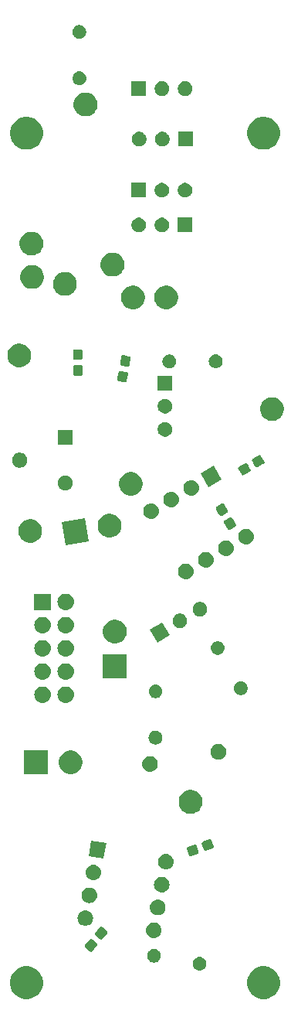
<source format=gbr>
G04 #@! TF.GenerationSoftware,KiCad,Pcbnew,(5.1.2-1)-1*
G04 #@! TF.CreationDate,2022-01-15T17:09:35-05:00*
G04 #@! TF.ProjectId,BF22 Clone,42463232-2043-46c6-9f6e-652e6b696361,rev?*
G04 #@! TF.SameCoordinates,Original*
G04 #@! TF.FileFunction,Soldermask,Bot*
G04 #@! TF.FilePolarity,Negative*
%FSLAX46Y46*%
G04 Gerber Fmt 4.6, Leading zero omitted, Abs format (unit mm)*
G04 Created by KiCad (PCBNEW (5.1.2-1)-1) date 2022-01-15 17:09:35*
%MOMM*%
%LPD*%
G04 APERTURE LIST*
%ADD10C,0.100000*%
G04 APERTURE END LIST*
D10*
G36*
X42525331Y-117268211D02*
G01*
X42853092Y-117403974D01*
X43148070Y-117601072D01*
X43398928Y-117851930D01*
X43596026Y-118146908D01*
X43731789Y-118474669D01*
X43801000Y-118822616D01*
X43801000Y-119177384D01*
X43731789Y-119525331D01*
X43596026Y-119853092D01*
X43398928Y-120148070D01*
X43148070Y-120398928D01*
X42853092Y-120596026D01*
X42525331Y-120731789D01*
X42177384Y-120801000D01*
X41822616Y-120801000D01*
X41474669Y-120731789D01*
X41146908Y-120596026D01*
X40851930Y-120398928D01*
X40601072Y-120148070D01*
X40403974Y-119853092D01*
X40268211Y-119525331D01*
X40199000Y-119177384D01*
X40199000Y-118822616D01*
X40268211Y-118474669D01*
X40403974Y-118146908D01*
X40601072Y-117851930D01*
X40851930Y-117601072D01*
X41146908Y-117403974D01*
X41474669Y-117268211D01*
X41822616Y-117199000D01*
X42177384Y-117199000D01*
X42525331Y-117268211D01*
X42525331Y-117268211D01*
G37*
G36*
X16525331Y-117268211D02*
G01*
X16853092Y-117403974D01*
X17148070Y-117601072D01*
X17398928Y-117851930D01*
X17596026Y-118146908D01*
X17731789Y-118474669D01*
X17801000Y-118822616D01*
X17801000Y-119177384D01*
X17731789Y-119525331D01*
X17596026Y-119853092D01*
X17398928Y-120148070D01*
X17148070Y-120398928D01*
X16853092Y-120596026D01*
X16525331Y-120731789D01*
X16177384Y-120801000D01*
X15822616Y-120801000D01*
X15474669Y-120731789D01*
X15146908Y-120596026D01*
X14851930Y-120398928D01*
X14601072Y-120148070D01*
X14403974Y-119853092D01*
X14268211Y-119525331D01*
X14199000Y-119177384D01*
X14199000Y-118822616D01*
X14268211Y-118474669D01*
X14403974Y-118146908D01*
X14601072Y-117851930D01*
X14851930Y-117601072D01*
X15146908Y-117403974D01*
X15474669Y-117268211D01*
X15822616Y-117199000D01*
X16177384Y-117199000D01*
X16525331Y-117268211D01*
X16525331Y-117268211D01*
G37*
G36*
X35056488Y-116174755D02*
G01*
X35130045Y-116182000D01*
X35271609Y-116224943D01*
X35402075Y-116294679D01*
X35431863Y-116319125D01*
X35516430Y-116388526D01*
X35585831Y-116473093D01*
X35610277Y-116502881D01*
X35680013Y-116633347D01*
X35722956Y-116774911D01*
X35737456Y-116922133D01*
X35722956Y-117069355D01*
X35680013Y-117210919D01*
X35610277Y-117341385D01*
X35585831Y-117371173D01*
X35516430Y-117455740D01*
X35431863Y-117525141D01*
X35402075Y-117549587D01*
X35271609Y-117619323D01*
X35130045Y-117662266D01*
X35056488Y-117669511D01*
X35019711Y-117673133D01*
X34945935Y-117673133D01*
X34909158Y-117669511D01*
X34835601Y-117662266D01*
X34694037Y-117619323D01*
X34563571Y-117549587D01*
X34533783Y-117525141D01*
X34449216Y-117455740D01*
X34379815Y-117371173D01*
X34355369Y-117341385D01*
X34285633Y-117210919D01*
X34242690Y-117069355D01*
X34228190Y-116922133D01*
X34242690Y-116774911D01*
X34285633Y-116633347D01*
X34355369Y-116502881D01*
X34379815Y-116473093D01*
X34449216Y-116388526D01*
X34533783Y-116319125D01*
X34563571Y-116294679D01*
X34694037Y-116224943D01*
X34835601Y-116182000D01*
X34909158Y-116174755D01*
X34945935Y-116171133D01*
X35019711Y-116171133D01*
X35056488Y-116174755D01*
X35056488Y-116174755D01*
G37*
G36*
X30199059Y-115317860D02*
G01*
X30335732Y-115374472D01*
X30458735Y-115456660D01*
X30563340Y-115561265D01*
X30588604Y-115599075D01*
X30645529Y-115684270D01*
X30702140Y-115820941D01*
X30731000Y-115966032D01*
X30731000Y-116113968D01*
X30702140Y-116259059D01*
X30648513Y-116388527D01*
X30645528Y-116395732D01*
X30563340Y-116518735D01*
X30458735Y-116623340D01*
X30335732Y-116705528D01*
X30335731Y-116705529D01*
X30335730Y-116705529D01*
X30199059Y-116762140D01*
X30053968Y-116791000D01*
X29906032Y-116791000D01*
X29760941Y-116762140D01*
X29624270Y-116705529D01*
X29624269Y-116705529D01*
X29624268Y-116705528D01*
X29501265Y-116623340D01*
X29396660Y-116518735D01*
X29314472Y-116395732D01*
X29311488Y-116388527D01*
X29257860Y-116259059D01*
X29229000Y-116113968D01*
X29229000Y-115966032D01*
X29257860Y-115820941D01*
X29314471Y-115684270D01*
X29371396Y-115599075D01*
X29396660Y-115561265D01*
X29501265Y-115456660D01*
X29624268Y-115374472D01*
X29760941Y-115317860D01*
X29906032Y-115289000D01*
X30053968Y-115289000D01*
X30199059Y-115317860D01*
X30199059Y-115317860D01*
G37*
G36*
X23091345Y-114214706D02*
G01*
X23129688Y-114222768D01*
X23165726Y-114238158D01*
X23203165Y-114263769D01*
X23246333Y-114299991D01*
X23246337Y-114299994D01*
X23649276Y-114638100D01*
X23649280Y-114638104D01*
X23692450Y-114674328D01*
X23724171Y-114706749D01*
X23745584Y-114739565D01*
X23760184Y-114775929D01*
X23767409Y-114814443D01*
X23766981Y-114853632D01*
X23758918Y-114891979D01*
X23743531Y-114928010D01*
X23717918Y-114965452D01*
X23243080Y-115531342D01*
X23210662Y-115563061D01*
X23177843Y-115584475D01*
X23141480Y-115599075D01*
X23102966Y-115606300D01*
X23063777Y-115605872D01*
X23025434Y-115597810D01*
X22989396Y-115582420D01*
X22951957Y-115556809D01*
X22908789Y-115520587D01*
X22908785Y-115520584D01*
X22505846Y-115182478D01*
X22505842Y-115182474D01*
X22462672Y-115146250D01*
X22430951Y-115113829D01*
X22409538Y-115081013D01*
X22394938Y-115044649D01*
X22387713Y-115006135D01*
X22388141Y-114966946D01*
X22396204Y-114928599D01*
X22411591Y-114892568D01*
X22437204Y-114855126D01*
X22912042Y-114289236D01*
X22944460Y-114257517D01*
X22977279Y-114236103D01*
X23013642Y-114221503D01*
X23052156Y-114214278D01*
X23091345Y-114214706D01*
X23091345Y-114214706D01*
G37*
G36*
X24216223Y-112874128D02*
G01*
X24254566Y-112882190D01*
X24290604Y-112897580D01*
X24328043Y-112923191D01*
X24371211Y-112959413D01*
X24371215Y-112959416D01*
X24774154Y-113297522D01*
X24774158Y-113297526D01*
X24817328Y-113333750D01*
X24849049Y-113366171D01*
X24870462Y-113398987D01*
X24885062Y-113435351D01*
X24892287Y-113473865D01*
X24891859Y-113513054D01*
X24883796Y-113551401D01*
X24868409Y-113587432D01*
X24842796Y-113624874D01*
X24367958Y-114190764D01*
X24335540Y-114222483D01*
X24302721Y-114243897D01*
X24266358Y-114258497D01*
X24227844Y-114265722D01*
X24188655Y-114265294D01*
X24150312Y-114257232D01*
X24114274Y-114241842D01*
X24076835Y-114216231D01*
X24033667Y-114180009D01*
X24033663Y-114180006D01*
X23630724Y-113841900D01*
X23630720Y-113841896D01*
X23587550Y-113805672D01*
X23555829Y-113773251D01*
X23534416Y-113740435D01*
X23519816Y-113704071D01*
X23512591Y-113665557D01*
X23513019Y-113626368D01*
X23521082Y-113588021D01*
X23536469Y-113551990D01*
X23562082Y-113514548D01*
X24036920Y-112948658D01*
X24069338Y-112916939D01*
X24102157Y-112895525D01*
X24138520Y-112880925D01*
X24177034Y-112873700D01*
X24216223Y-112874128D01*
X24216223Y-112874128D01*
G37*
G36*
X30127013Y-112416030D02*
G01*
X30287432Y-112464693D01*
X30420096Y-112535603D01*
X30435268Y-112543713D01*
X30564849Y-112650058D01*
X30671194Y-112779639D01*
X30671195Y-112779641D01*
X30750214Y-112927475D01*
X30798877Y-113087894D01*
X30815307Y-113254717D01*
X30798877Y-113421540D01*
X30750214Y-113581959D01*
X30706708Y-113663352D01*
X30671194Y-113729795D01*
X30564849Y-113859376D01*
X30435268Y-113965721D01*
X30435266Y-113965722D01*
X30287432Y-114044741D01*
X30127013Y-114093404D01*
X30001994Y-114105717D01*
X29918386Y-114105717D01*
X29793367Y-114093404D01*
X29632948Y-114044741D01*
X29485114Y-113965722D01*
X29485112Y-113965721D01*
X29355531Y-113859376D01*
X29249186Y-113729795D01*
X29213672Y-113663352D01*
X29170166Y-113581959D01*
X29121503Y-113421540D01*
X29105073Y-113254717D01*
X29121503Y-113087894D01*
X29170166Y-112927475D01*
X29249185Y-112779641D01*
X29249186Y-112779639D01*
X29355531Y-112650058D01*
X29485112Y-112543713D01*
X29500284Y-112535603D01*
X29632948Y-112464693D01*
X29793367Y-112416030D01*
X29918386Y-112403717D01*
X30001994Y-112403717D01*
X30127013Y-112416030D01*
X30127013Y-112416030D01*
G37*
G36*
X22622778Y-111092831D02*
G01*
X22783197Y-111141494D01*
X22915861Y-111212404D01*
X22931033Y-111220514D01*
X23060614Y-111326859D01*
X23166959Y-111456440D01*
X23166960Y-111456442D01*
X23245979Y-111604276D01*
X23294642Y-111764695D01*
X23311072Y-111931518D01*
X23294642Y-112098341D01*
X23245979Y-112258760D01*
X23175069Y-112391424D01*
X23166959Y-112406596D01*
X23060614Y-112536177D01*
X22931033Y-112642522D01*
X22931031Y-112642523D01*
X22783197Y-112721542D01*
X22622778Y-112770205D01*
X22497759Y-112782518D01*
X22414151Y-112782518D01*
X22289132Y-112770205D01*
X22128713Y-112721542D01*
X21980879Y-112642523D01*
X21980877Y-112642522D01*
X21851296Y-112536177D01*
X21744951Y-112406596D01*
X21736841Y-112391424D01*
X21665931Y-112258760D01*
X21617268Y-112098341D01*
X21600838Y-111931518D01*
X21617268Y-111764695D01*
X21665931Y-111604276D01*
X21744950Y-111456442D01*
X21744951Y-111456440D01*
X21851296Y-111326859D01*
X21980877Y-111220514D01*
X21996049Y-111212404D01*
X22128713Y-111141494D01*
X22289132Y-111092831D01*
X22414151Y-111080518D01*
X22497759Y-111080518D01*
X22622778Y-111092831D01*
X22622778Y-111092831D01*
G37*
G36*
X30568079Y-109914618D02*
G01*
X30728498Y-109963281D01*
X30861162Y-110034191D01*
X30876334Y-110042301D01*
X31005915Y-110148646D01*
X31112260Y-110278227D01*
X31112261Y-110278229D01*
X31191280Y-110426063D01*
X31239943Y-110586482D01*
X31256373Y-110753305D01*
X31239943Y-110920128D01*
X31191280Y-111080547D01*
X31158703Y-111141494D01*
X31112260Y-111228383D01*
X31005915Y-111357964D01*
X30876334Y-111464309D01*
X30876332Y-111464310D01*
X30728498Y-111543329D01*
X30568079Y-111591992D01*
X30443060Y-111604305D01*
X30359452Y-111604305D01*
X30234433Y-111591992D01*
X30074014Y-111543329D01*
X29926180Y-111464310D01*
X29926178Y-111464309D01*
X29796597Y-111357964D01*
X29690252Y-111228383D01*
X29643809Y-111141494D01*
X29611232Y-111080547D01*
X29562569Y-110920128D01*
X29546139Y-110753305D01*
X29562569Y-110586482D01*
X29611232Y-110426063D01*
X29690251Y-110278229D01*
X29690252Y-110278227D01*
X29796597Y-110148646D01*
X29926178Y-110042301D01*
X29941350Y-110034191D01*
X30074014Y-109963281D01*
X30234433Y-109914618D01*
X30359452Y-109902305D01*
X30443060Y-109902305D01*
X30568079Y-109914618D01*
X30568079Y-109914618D01*
G37*
G36*
X23063844Y-108591419D02*
G01*
X23224263Y-108640082D01*
X23356927Y-108710992D01*
X23372099Y-108719102D01*
X23501680Y-108825447D01*
X23608025Y-108955028D01*
X23608026Y-108955030D01*
X23687045Y-109102864D01*
X23735708Y-109263283D01*
X23752138Y-109430106D01*
X23735708Y-109596929D01*
X23687045Y-109757348D01*
X23616135Y-109890012D01*
X23608025Y-109905184D01*
X23501680Y-110034765D01*
X23372099Y-110141110D01*
X23372097Y-110141111D01*
X23224263Y-110220130D01*
X23063844Y-110268793D01*
X22938825Y-110281106D01*
X22855217Y-110281106D01*
X22730198Y-110268793D01*
X22569779Y-110220130D01*
X22421945Y-110141111D01*
X22421943Y-110141110D01*
X22292362Y-110034765D01*
X22186017Y-109905184D01*
X22177907Y-109890012D01*
X22106997Y-109757348D01*
X22058334Y-109596929D01*
X22041904Y-109430106D01*
X22058334Y-109263283D01*
X22106997Y-109102864D01*
X22186016Y-108955030D01*
X22186017Y-108955028D01*
X22292362Y-108825447D01*
X22421943Y-108719102D01*
X22437115Y-108710992D01*
X22569779Y-108640082D01*
X22730198Y-108591419D01*
X22855217Y-108579106D01*
X22938825Y-108579106D01*
X23063844Y-108591419D01*
X23063844Y-108591419D01*
G37*
G36*
X31009146Y-107413207D02*
G01*
X31169565Y-107461870D01*
X31302229Y-107532780D01*
X31317401Y-107540890D01*
X31446982Y-107647235D01*
X31553327Y-107776816D01*
X31553328Y-107776818D01*
X31632347Y-107924652D01*
X31681010Y-108085071D01*
X31697440Y-108251894D01*
X31681010Y-108418717D01*
X31632347Y-108579136D01*
X31561437Y-108711800D01*
X31553327Y-108726972D01*
X31446982Y-108856553D01*
X31317401Y-108962898D01*
X31317399Y-108962899D01*
X31169565Y-109041918D01*
X31009146Y-109090581D01*
X30884127Y-109102894D01*
X30800519Y-109102894D01*
X30675500Y-109090581D01*
X30515081Y-109041918D01*
X30367247Y-108962899D01*
X30367245Y-108962898D01*
X30237664Y-108856553D01*
X30131319Y-108726972D01*
X30123209Y-108711800D01*
X30052299Y-108579136D01*
X30003636Y-108418717D01*
X29987206Y-108251894D01*
X30003636Y-108085071D01*
X30052299Y-107924652D01*
X30131318Y-107776818D01*
X30131319Y-107776816D01*
X30237664Y-107647235D01*
X30367245Y-107540890D01*
X30382417Y-107532780D01*
X30515081Y-107461870D01*
X30675500Y-107413207D01*
X30800519Y-107400894D01*
X30884127Y-107400894D01*
X31009146Y-107413207D01*
X31009146Y-107413207D01*
G37*
G36*
X23504911Y-106090008D02*
G01*
X23665330Y-106138671D01*
X23797994Y-106209581D01*
X23813166Y-106217691D01*
X23942747Y-106324036D01*
X24049092Y-106453617D01*
X24049093Y-106453619D01*
X24128112Y-106601453D01*
X24176775Y-106761872D01*
X24193205Y-106928695D01*
X24176775Y-107095518D01*
X24128112Y-107255937D01*
X24057202Y-107388601D01*
X24049092Y-107403773D01*
X23942747Y-107533354D01*
X23813166Y-107639699D01*
X23813164Y-107639700D01*
X23665330Y-107718719D01*
X23504911Y-107767382D01*
X23379892Y-107779695D01*
X23296284Y-107779695D01*
X23171265Y-107767382D01*
X23010846Y-107718719D01*
X22863012Y-107639700D01*
X22863010Y-107639699D01*
X22733429Y-107533354D01*
X22627084Y-107403773D01*
X22618974Y-107388601D01*
X22548064Y-107255937D01*
X22499401Y-107095518D01*
X22482971Y-106928695D01*
X22499401Y-106761872D01*
X22548064Y-106601453D01*
X22627083Y-106453619D01*
X22627084Y-106453617D01*
X22733429Y-106324036D01*
X22863010Y-106217691D01*
X22878182Y-106209581D01*
X23010846Y-106138671D01*
X23171265Y-106090008D01*
X23296284Y-106077695D01*
X23379892Y-106077695D01*
X23504911Y-106090008D01*
X23504911Y-106090008D01*
G37*
G36*
X31450212Y-104911795D02*
G01*
X31610631Y-104960458D01*
X31733949Y-105026373D01*
X31758467Y-105039478D01*
X31888048Y-105145823D01*
X31994393Y-105275404D01*
X31994394Y-105275406D01*
X32073413Y-105423240D01*
X32122076Y-105583659D01*
X32138506Y-105750482D01*
X32122076Y-105917305D01*
X32073413Y-106077724D01*
X32040836Y-106138671D01*
X31994393Y-106225560D01*
X31888048Y-106355141D01*
X31758467Y-106461486D01*
X31758465Y-106461487D01*
X31610631Y-106540506D01*
X31450212Y-106589169D01*
X31325193Y-106601482D01*
X31241585Y-106601482D01*
X31116566Y-106589169D01*
X30956147Y-106540506D01*
X30808313Y-106461487D01*
X30808311Y-106461486D01*
X30678730Y-106355141D01*
X30572385Y-106225560D01*
X30525942Y-106138671D01*
X30493365Y-106077724D01*
X30444702Y-105917305D01*
X30428272Y-105750482D01*
X30444702Y-105583659D01*
X30493365Y-105423240D01*
X30572384Y-105275406D01*
X30572385Y-105275404D01*
X30678730Y-105145823D01*
X30808311Y-105039478D01*
X30832829Y-105026373D01*
X30956147Y-104960458D01*
X31116566Y-104911795D01*
X31241585Y-104899482D01*
X31325193Y-104899482D01*
X31450212Y-104911795D01*
X31450212Y-104911795D01*
G37*
G36*
X24765000Y-103736986D02*
G01*
X24469451Y-105413129D01*
X22793308Y-105117580D01*
X23088857Y-103441437D01*
X24765000Y-103736986D01*
X24765000Y-103736986D01*
G37*
G36*
X34526805Y-103900802D02*
G01*
X34563777Y-103913804D01*
X34597495Y-103933764D01*
X34626674Y-103959921D01*
X34650188Y-103991267D01*
X34669804Y-104032163D01*
X34888261Y-104632369D01*
X34899520Y-104676300D01*
X34901656Y-104715429D01*
X34896118Y-104754219D01*
X34883116Y-104791191D01*
X34863156Y-104824909D01*
X34837001Y-104854085D01*
X34805649Y-104877603D01*
X34764761Y-104897216D01*
X34070581Y-105149878D01*
X34026653Y-105161136D01*
X33987522Y-105163272D01*
X33948733Y-105157734D01*
X33911761Y-105144732D01*
X33878043Y-105124772D01*
X33848864Y-105098615D01*
X33825350Y-105067269D01*
X33805734Y-105026373D01*
X33587277Y-104426167D01*
X33576018Y-104382236D01*
X33573882Y-104343107D01*
X33579420Y-104304317D01*
X33592422Y-104267345D01*
X33612382Y-104233627D01*
X33638537Y-104204451D01*
X33669889Y-104180933D01*
X33710777Y-104161320D01*
X34404957Y-103908658D01*
X34448885Y-103897400D01*
X34488016Y-103895264D01*
X34526805Y-103900802D01*
X34526805Y-103900802D01*
G37*
G36*
X36171267Y-103302266D02*
G01*
X36208239Y-103315268D01*
X36241957Y-103335228D01*
X36271136Y-103361385D01*
X36294650Y-103392731D01*
X36314266Y-103433627D01*
X36532723Y-104033833D01*
X36543982Y-104077764D01*
X36546118Y-104116893D01*
X36540580Y-104155683D01*
X36527578Y-104192655D01*
X36507618Y-104226373D01*
X36481463Y-104255549D01*
X36450111Y-104279067D01*
X36409223Y-104298680D01*
X35715043Y-104551342D01*
X35671115Y-104562600D01*
X35631984Y-104564736D01*
X35593195Y-104559198D01*
X35556223Y-104546196D01*
X35522505Y-104526236D01*
X35493326Y-104500079D01*
X35469812Y-104468733D01*
X35450196Y-104427837D01*
X35231739Y-103827631D01*
X35220480Y-103783700D01*
X35218344Y-103744571D01*
X35223882Y-103705781D01*
X35236884Y-103668809D01*
X35256844Y-103635091D01*
X35282999Y-103605915D01*
X35314351Y-103582397D01*
X35355239Y-103562784D01*
X36049419Y-103310122D01*
X36093347Y-103298864D01*
X36132478Y-103296728D01*
X36171267Y-103302266D01*
X36171267Y-103302266D01*
G37*
G36*
X34379393Y-97949304D02*
G01*
X34616101Y-98047352D01*
X34616103Y-98047353D01*
X34829135Y-98189696D01*
X35010304Y-98370865D01*
X35152647Y-98583897D01*
X35152648Y-98583899D01*
X35250696Y-98820607D01*
X35300680Y-99071893D01*
X35300680Y-99328107D01*
X35250696Y-99579393D01*
X35152648Y-99816101D01*
X35152647Y-99816103D01*
X35010304Y-100029135D01*
X34829135Y-100210304D01*
X34616103Y-100352647D01*
X34616102Y-100352648D01*
X34616101Y-100352648D01*
X34379393Y-100450696D01*
X34128107Y-100500680D01*
X33871893Y-100500680D01*
X33620607Y-100450696D01*
X33383899Y-100352648D01*
X33383898Y-100352648D01*
X33383897Y-100352647D01*
X33170865Y-100210304D01*
X32989696Y-100029135D01*
X32847353Y-99816103D01*
X32847352Y-99816101D01*
X32749304Y-99579393D01*
X32699320Y-99328107D01*
X32699320Y-99071893D01*
X32749304Y-98820607D01*
X32847352Y-98583899D01*
X32847353Y-98583897D01*
X32989696Y-98370865D01*
X33170865Y-98189696D01*
X33383897Y-98047353D01*
X33383899Y-98047352D01*
X33620607Y-97949304D01*
X33871893Y-97899320D01*
X34128107Y-97899320D01*
X34379393Y-97949304D01*
X34379393Y-97949304D01*
G37*
G36*
X21229393Y-93609304D02*
G01*
X21466101Y-93707352D01*
X21466103Y-93707353D01*
X21679135Y-93849696D01*
X21860304Y-94030865D01*
X21983013Y-94214513D01*
X22002648Y-94243899D01*
X22100696Y-94480607D01*
X22150680Y-94731893D01*
X22150680Y-94988107D01*
X22100696Y-95239393D01*
X22002648Y-95476101D01*
X22002647Y-95476103D01*
X21860304Y-95689135D01*
X21679135Y-95870304D01*
X21466103Y-96012647D01*
X21466102Y-96012648D01*
X21466101Y-96012648D01*
X21229393Y-96110696D01*
X20978107Y-96160680D01*
X20721893Y-96160680D01*
X20470607Y-96110696D01*
X20233899Y-96012648D01*
X20233898Y-96012648D01*
X20233897Y-96012647D01*
X20020865Y-95870304D01*
X19839696Y-95689135D01*
X19697353Y-95476103D01*
X19697352Y-95476101D01*
X19599304Y-95239393D01*
X19549320Y-94988107D01*
X19549320Y-94731893D01*
X19599304Y-94480607D01*
X19697352Y-94243899D01*
X19716987Y-94214513D01*
X19839696Y-94030865D01*
X20020865Y-93849696D01*
X20233897Y-93707353D01*
X20233899Y-93707352D01*
X20470607Y-93609304D01*
X20721893Y-93559320D01*
X20978107Y-93559320D01*
X21229393Y-93609304D01*
X21229393Y-93609304D01*
G37*
G36*
X18340680Y-96160680D02*
G01*
X15739320Y-96160680D01*
X15739320Y-93559320D01*
X18340680Y-93559320D01*
X18340680Y-96160680D01*
X18340680Y-96160680D01*
G37*
G36*
X29712588Y-94214512D02*
G01*
X29873007Y-94263175D01*
X30005671Y-94334085D01*
X30020843Y-94342195D01*
X30150424Y-94448540D01*
X30256769Y-94578121D01*
X30256770Y-94578123D01*
X30335789Y-94725957D01*
X30384452Y-94886376D01*
X30400882Y-95053199D01*
X30384452Y-95220022D01*
X30335789Y-95380441D01*
X30264879Y-95513105D01*
X30256769Y-95528277D01*
X30150424Y-95657858D01*
X30020843Y-95764203D01*
X30020841Y-95764204D01*
X29873007Y-95843223D01*
X29712588Y-95891886D01*
X29587569Y-95904199D01*
X29503961Y-95904199D01*
X29378942Y-95891886D01*
X29218523Y-95843223D01*
X29070689Y-95764204D01*
X29070687Y-95764203D01*
X28941106Y-95657858D01*
X28834761Y-95528277D01*
X28826651Y-95513105D01*
X28755741Y-95380441D01*
X28707078Y-95220022D01*
X28690648Y-95053199D01*
X28707078Y-94886376D01*
X28755741Y-94725957D01*
X28834760Y-94578123D01*
X28834761Y-94578121D01*
X28941106Y-94448540D01*
X29070687Y-94342195D01*
X29085859Y-94334085D01*
X29218523Y-94263175D01*
X29378942Y-94214512D01*
X29503961Y-94202199D01*
X29587569Y-94202199D01*
X29712588Y-94214512D01*
X29712588Y-94214512D01*
G37*
G36*
X37298228Y-92911703D02*
G01*
X37453100Y-92975853D01*
X37592481Y-93068985D01*
X37711015Y-93187519D01*
X37804147Y-93326900D01*
X37868297Y-93481772D01*
X37901000Y-93646184D01*
X37901000Y-93813816D01*
X37868297Y-93978228D01*
X37804147Y-94133100D01*
X37711015Y-94272481D01*
X37592481Y-94391015D01*
X37453100Y-94484147D01*
X37298228Y-94548297D01*
X37133816Y-94581000D01*
X36966184Y-94581000D01*
X36801772Y-94548297D01*
X36646900Y-94484147D01*
X36507519Y-94391015D01*
X36388985Y-94272481D01*
X36295853Y-94133100D01*
X36231703Y-93978228D01*
X36199000Y-93813816D01*
X36199000Y-93646184D01*
X36231703Y-93481772D01*
X36295853Y-93326900D01*
X36388985Y-93187519D01*
X36507519Y-93068985D01*
X36646900Y-92975853D01*
X36801772Y-92911703D01*
X36966184Y-92879000D01*
X37133816Y-92879000D01*
X37298228Y-92911703D01*
X37298228Y-92911703D01*
G37*
G36*
X30223665Y-91422622D02*
G01*
X30297222Y-91429867D01*
X30438786Y-91472810D01*
X30569252Y-91542546D01*
X30599040Y-91566992D01*
X30683607Y-91636393D01*
X30753008Y-91720960D01*
X30777454Y-91750748D01*
X30847190Y-91881214D01*
X30890133Y-92022778D01*
X30904633Y-92170000D01*
X30890133Y-92317222D01*
X30847190Y-92458786D01*
X30777454Y-92589252D01*
X30753008Y-92619040D01*
X30683607Y-92703607D01*
X30599040Y-92773008D01*
X30569252Y-92797454D01*
X30438786Y-92867190D01*
X30297222Y-92910133D01*
X30223665Y-92917378D01*
X30186888Y-92921000D01*
X30113112Y-92921000D01*
X30076335Y-92917378D01*
X30002778Y-92910133D01*
X29861214Y-92867190D01*
X29730748Y-92797454D01*
X29700960Y-92773008D01*
X29616393Y-92703607D01*
X29546992Y-92619040D01*
X29522546Y-92589252D01*
X29452810Y-92458786D01*
X29409867Y-92317222D01*
X29395367Y-92170000D01*
X29409867Y-92022778D01*
X29452810Y-91881214D01*
X29522546Y-91750748D01*
X29546992Y-91720960D01*
X29616393Y-91636393D01*
X29700960Y-91566992D01*
X29730748Y-91542546D01*
X29861214Y-91472810D01*
X30002778Y-91429867D01*
X30076335Y-91422622D01*
X30113112Y-91419000D01*
X30186888Y-91419000D01*
X30223665Y-91422622D01*
X30223665Y-91422622D01*
G37*
G36*
X20489294Y-86578633D02*
G01*
X20661695Y-86630931D01*
X20820583Y-86715858D01*
X20959849Y-86830151D01*
X21074142Y-86969417D01*
X21159069Y-87128305D01*
X21211367Y-87300706D01*
X21229025Y-87480000D01*
X21211367Y-87659294D01*
X21159069Y-87831695D01*
X21074142Y-87990583D01*
X20959849Y-88129849D01*
X20820583Y-88244142D01*
X20661695Y-88329069D01*
X20489294Y-88381367D01*
X20354931Y-88394600D01*
X20265069Y-88394600D01*
X20130706Y-88381367D01*
X19958305Y-88329069D01*
X19799417Y-88244142D01*
X19660151Y-88129849D01*
X19545858Y-87990583D01*
X19460931Y-87831695D01*
X19408633Y-87659294D01*
X19390975Y-87480000D01*
X19408633Y-87300706D01*
X19460931Y-87128305D01*
X19545858Y-86969417D01*
X19660151Y-86830151D01*
X19799417Y-86715858D01*
X19958305Y-86630931D01*
X20130706Y-86578633D01*
X20265069Y-86565400D01*
X20354931Y-86565400D01*
X20489294Y-86578633D01*
X20489294Y-86578633D01*
G37*
G36*
X17949294Y-86578633D02*
G01*
X18121695Y-86630931D01*
X18280583Y-86715858D01*
X18419849Y-86830151D01*
X18534142Y-86969417D01*
X18619069Y-87128305D01*
X18671367Y-87300706D01*
X18689025Y-87480000D01*
X18671367Y-87659294D01*
X18619069Y-87831695D01*
X18534142Y-87990583D01*
X18419849Y-88129849D01*
X18280583Y-88244142D01*
X18121695Y-88329069D01*
X17949294Y-88381367D01*
X17814931Y-88394600D01*
X17725069Y-88394600D01*
X17590706Y-88381367D01*
X17418305Y-88329069D01*
X17259417Y-88244142D01*
X17120151Y-88129849D01*
X17005858Y-87990583D01*
X16920931Y-87831695D01*
X16868633Y-87659294D01*
X16850975Y-87480000D01*
X16868633Y-87300706D01*
X16920931Y-87128305D01*
X17005858Y-86969417D01*
X17120151Y-86830151D01*
X17259417Y-86715858D01*
X17418305Y-86630931D01*
X17590706Y-86578633D01*
X17725069Y-86565400D01*
X17814931Y-86565400D01*
X17949294Y-86578633D01*
X17949294Y-86578633D01*
G37*
G36*
X30369059Y-86367860D02*
G01*
X30432814Y-86394268D01*
X30505732Y-86424472D01*
X30628735Y-86506660D01*
X30733340Y-86611265D01*
X30803227Y-86715859D01*
X30815529Y-86734270D01*
X30872140Y-86870941D01*
X30891657Y-86969059D01*
X30901000Y-87016033D01*
X30901000Y-87163967D01*
X30872140Y-87309059D01*
X30815528Y-87445732D01*
X30733340Y-87568735D01*
X30628735Y-87673340D01*
X30505732Y-87755528D01*
X30505731Y-87755529D01*
X30505730Y-87755529D01*
X30369059Y-87812140D01*
X30223968Y-87841000D01*
X30076032Y-87841000D01*
X29930941Y-87812140D01*
X29794270Y-87755529D01*
X29794269Y-87755529D01*
X29794268Y-87755528D01*
X29671265Y-87673340D01*
X29566660Y-87568735D01*
X29484472Y-87445732D01*
X29427860Y-87309059D01*
X29399000Y-87163967D01*
X29399000Y-87016033D01*
X29408344Y-86969059D01*
X29427860Y-86870941D01*
X29484471Y-86734270D01*
X29496773Y-86715859D01*
X29566660Y-86611265D01*
X29671265Y-86506660D01*
X29794268Y-86424472D01*
X29867187Y-86394268D01*
X29930941Y-86367860D01*
X30076032Y-86339000D01*
X30223968Y-86339000D01*
X30369059Y-86367860D01*
X30369059Y-86367860D01*
G37*
G36*
X39729059Y-86027860D02*
G01*
X39865732Y-86084472D01*
X39988735Y-86166660D01*
X40093340Y-86271265D01*
X40175528Y-86394268D01*
X40175529Y-86394270D01*
X40232140Y-86530941D01*
X40261000Y-86676032D01*
X40261000Y-86823968D01*
X40232140Y-86969059D01*
X40175528Y-87105732D01*
X40093340Y-87228735D01*
X39988735Y-87333340D01*
X39865732Y-87415528D01*
X39865731Y-87415529D01*
X39865730Y-87415529D01*
X39729059Y-87472140D01*
X39583968Y-87501000D01*
X39436032Y-87501000D01*
X39290941Y-87472140D01*
X39154270Y-87415529D01*
X39154269Y-87415529D01*
X39154268Y-87415528D01*
X39031265Y-87333340D01*
X38926660Y-87228735D01*
X38844472Y-87105732D01*
X38787860Y-86969059D01*
X38759000Y-86823968D01*
X38759000Y-86676032D01*
X38787860Y-86530941D01*
X38844471Y-86394270D01*
X38844472Y-86394268D01*
X38926660Y-86271265D01*
X39031265Y-86166660D01*
X39154268Y-86084472D01*
X39290941Y-86027860D01*
X39436032Y-85999000D01*
X39583968Y-85999000D01*
X39729059Y-86027860D01*
X39729059Y-86027860D01*
G37*
G36*
X17949294Y-84038633D02*
G01*
X18121695Y-84090931D01*
X18280583Y-84175858D01*
X18419849Y-84290151D01*
X18534142Y-84429417D01*
X18619069Y-84588305D01*
X18671367Y-84760706D01*
X18689025Y-84940000D01*
X18671367Y-85119294D01*
X18619069Y-85291695D01*
X18534142Y-85450583D01*
X18419849Y-85589849D01*
X18280583Y-85704142D01*
X18121695Y-85789069D01*
X17949294Y-85841367D01*
X17814931Y-85854600D01*
X17725069Y-85854600D01*
X17590706Y-85841367D01*
X17418305Y-85789069D01*
X17259417Y-85704142D01*
X17120151Y-85589849D01*
X17005858Y-85450583D01*
X16920931Y-85291695D01*
X16868633Y-85119294D01*
X16850975Y-84940000D01*
X16868633Y-84760706D01*
X16920931Y-84588305D01*
X17005858Y-84429417D01*
X17120151Y-84290151D01*
X17259417Y-84175858D01*
X17418305Y-84090931D01*
X17590706Y-84038633D01*
X17725069Y-84025400D01*
X17814931Y-84025400D01*
X17949294Y-84038633D01*
X17949294Y-84038633D01*
G37*
G36*
X20489294Y-84038633D02*
G01*
X20661695Y-84090931D01*
X20820583Y-84175858D01*
X20959849Y-84290151D01*
X21074142Y-84429417D01*
X21159069Y-84588305D01*
X21211367Y-84760706D01*
X21229025Y-84940000D01*
X21211367Y-85119294D01*
X21159069Y-85291695D01*
X21074142Y-85450583D01*
X20959849Y-85589849D01*
X20820583Y-85704142D01*
X20661695Y-85789069D01*
X20489294Y-85841367D01*
X20354931Y-85854600D01*
X20265069Y-85854600D01*
X20130706Y-85841367D01*
X19958305Y-85789069D01*
X19799417Y-85704142D01*
X19660151Y-85589849D01*
X19545858Y-85450583D01*
X19460931Y-85291695D01*
X19408633Y-85119294D01*
X19390975Y-84940000D01*
X19408633Y-84760706D01*
X19460931Y-84588305D01*
X19545858Y-84429417D01*
X19660151Y-84290151D01*
X19799417Y-84175858D01*
X19958305Y-84090931D01*
X20130706Y-84038633D01*
X20265069Y-84025400D01*
X20354931Y-84025400D01*
X20489294Y-84038633D01*
X20489294Y-84038633D01*
G37*
G36*
X27000680Y-85670680D02*
G01*
X24399320Y-85670680D01*
X24399320Y-83069320D01*
X27000680Y-83069320D01*
X27000680Y-85670680D01*
X27000680Y-85670680D01*
G37*
G36*
X20489294Y-81498633D02*
G01*
X20661695Y-81550931D01*
X20820583Y-81635858D01*
X20959849Y-81750151D01*
X21074142Y-81889417D01*
X21159069Y-82048305D01*
X21211367Y-82220706D01*
X21229025Y-82400000D01*
X21211367Y-82579294D01*
X21159069Y-82751695D01*
X21074142Y-82910583D01*
X20959849Y-83049849D01*
X20820583Y-83164142D01*
X20661695Y-83249069D01*
X20489294Y-83301367D01*
X20354931Y-83314600D01*
X20265069Y-83314600D01*
X20130706Y-83301367D01*
X19958305Y-83249069D01*
X19799417Y-83164142D01*
X19660151Y-83049849D01*
X19545858Y-82910583D01*
X19460931Y-82751695D01*
X19408633Y-82579294D01*
X19390975Y-82400000D01*
X19408633Y-82220706D01*
X19460931Y-82048305D01*
X19545858Y-81889417D01*
X19660151Y-81750151D01*
X19799417Y-81635858D01*
X19958305Y-81550931D01*
X20130706Y-81498633D01*
X20265069Y-81485400D01*
X20354931Y-81485400D01*
X20489294Y-81498633D01*
X20489294Y-81498633D01*
G37*
G36*
X17949294Y-81498633D02*
G01*
X18121695Y-81550931D01*
X18280583Y-81635858D01*
X18419849Y-81750151D01*
X18534142Y-81889417D01*
X18619069Y-82048305D01*
X18671367Y-82220706D01*
X18689025Y-82400000D01*
X18671367Y-82579294D01*
X18619069Y-82751695D01*
X18534142Y-82910583D01*
X18419849Y-83049849D01*
X18280583Y-83164142D01*
X18121695Y-83249069D01*
X17949294Y-83301367D01*
X17814931Y-83314600D01*
X17725069Y-83314600D01*
X17590706Y-83301367D01*
X17418305Y-83249069D01*
X17259417Y-83164142D01*
X17120151Y-83049849D01*
X17005858Y-82910583D01*
X16920931Y-82751695D01*
X16868633Y-82579294D01*
X16850975Y-82400000D01*
X16868633Y-82220706D01*
X16920931Y-82048305D01*
X17005858Y-81889417D01*
X17120151Y-81750151D01*
X17259417Y-81635858D01*
X17418305Y-81550931D01*
X17590706Y-81498633D01*
X17725069Y-81485400D01*
X17814931Y-81485400D01*
X17949294Y-81498633D01*
X17949294Y-81498633D01*
G37*
G36*
X37043665Y-81603213D02*
G01*
X37117222Y-81610458D01*
X37258786Y-81653401D01*
X37389252Y-81723137D01*
X37419040Y-81747583D01*
X37503607Y-81816984D01*
X37573008Y-81901551D01*
X37597454Y-81931339D01*
X37667190Y-82061805D01*
X37710133Y-82203369D01*
X37724633Y-82350591D01*
X37710133Y-82497813D01*
X37667190Y-82639377D01*
X37597454Y-82769843D01*
X37573008Y-82799631D01*
X37503607Y-82884198D01*
X37419040Y-82953599D01*
X37389252Y-82978045D01*
X37258786Y-83047781D01*
X37117222Y-83090724D01*
X37043665Y-83097969D01*
X37006888Y-83101591D01*
X36933112Y-83101591D01*
X36896335Y-83097969D01*
X36822778Y-83090724D01*
X36681214Y-83047781D01*
X36550748Y-82978045D01*
X36520960Y-82953599D01*
X36436393Y-82884198D01*
X36366992Y-82799631D01*
X36342546Y-82769843D01*
X36272810Y-82639377D01*
X36229867Y-82497813D01*
X36215367Y-82350591D01*
X36229867Y-82203369D01*
X36272810Y-82061805D01*
X36342546Y-81931339D01*
X36366992Y-81901551D01*
X36436393Y-81816984D01*
X36520960Y-81747583D01*
X36550748Y-81723137D01*
X36681214Y-81653401D01*
X36822778Y-81610458D01*
X36896335Y-81603213D01*
X36933112Y-81599591D01*
X37006888Y-81599591D01*
X37043665Y-81603213D01*
X37043665Y-81603213D01*
G37*
G36*
X26079393Y-79309304D02*
G01*
X26316101Y-79407352D01*
X26316103Y-79407353D01*
X26529135Y-79549696D01*
X26710304Y-79730865D01*
X26737218Y-79771145D01*
X26852648Y-79943899D01*
X26950696Y-80180607D01*
X27000680Y-80431893D01*
X27000680Y-80688107D01*
X26950696Y-80939393D01*
X26852648Y-81176101D01*
X26852647Y-81176103D01*
X26710304Y-81389135D01*
X26529135Y-81570304D01*
X26316103Y-81712647D01*
X26316102Y-81712648D01*
X26316101Y-81712648D01*
X26079393Y-81810696D01*
X25828107Y-81860680D01*
X25571893Y-81860680D01*
X25320607Y-81810696D01*
X25083899Y-81712648D01*
X25083898Y-81712648D01*
X25083897Y-81712647D01*
X24870865Y-81570304D01*
X24689696Y-81389135D01*
X24547353Y-81176103D01*
X24547352Y-81176101D01*
X24449304Y-80939393D01*
X24399320Y-80688107D01*
X24399320Y-80431893D01*
X24449304Y-80180607D01*
X24547352Y-79943899D01*
X24662782Y-79771145D01*
X24689696Y-79730865D01*
X24870865Y-79549696D01*
X25083897Y-79407353D01*
X25083899Y-79407352D01*
X25320607Y-79309304D01*
X25571893Y-79259320D01*
X25828107Y-79259320D01*
X26079393Y-79309304D01*
X26079393Y-79309304D01*
G37*
G36*
X31719974Y-80954917D02*
G01*
X30332602Y-81755917D01*
X29531602Y-80368545D01*
X30918974Y-79567545D01*
X31719974Y-80954917D01*
X31719974Y-80954917D01*
G37*
G36*
X17949294Y-78958633D02*
G01*
X18121695Y-79010931D01*
X18280583Y-79095858D01*
X18419849Y-79210151D01*
X18534142Y-79349417D01*
X18619069Y-79508305D01*
X18671367Y-79680706D01*
X18689025Y-79860000D01*
X18671367Y-80039294D01*
X18619069Y-80211695D01*
X18534142Y-80370583D01*
X18419849Y-80509849D01*
X18280583Y-80624142D01*
X18121695Y-80709069D01*
X17949294Y-80761367D01*
X17814931Y-80774600D01*
X17725069Y-80774600D01*
X17590706Y-80761367D01*
X17418305Y-80709069D01*
X17259417Y-80624142D01*
X17120151Y-80509849D01*
X17005858Y-80370583D01*
X16920931Y-80211695D01*
X16868633Y-80039294D01*
X16850975Y-79860000D01*
X16868633Y-79680706D01*
X16920931Y-79508305D01*
X17005858Y-79349417D01*
X17120151Y-79210151D01*
X17259417Y-79095858D01*
X17418305Y-79010931D01*
X17590706Y-78958633D01*
X17725069Y-78945400D01*
X17814931Y-78945400D01*
X17949294Y-78958633D01*
X17949294Y-78958633D01*
G37*
G36*
X20489294Y-78958633D02*
G01*
X20661695Y-79010931D01*
X20820583Y-79095858D01*
X20959849Y-79210151D01*
X21074142Y-79349417D01*
X21159069Y-79508305D01*
X21211367Y-79680706D01*
X21229025Y-79860000D01*
X21211367Y-80039294D01*
X21159069Y-80211695D01*
X21074142Y-80370583D01*
X20959849Y-80509849D01*
X20820583Y-80624142D01*
X20661695Y-80709069D01*
X20489294Y-80761367D01*
X20354931Y-80774600D01*
X20265069Y-80774600D01*
X20130706Y-80761367D01*
X19958305Y-80709069D01*
X19799417Y-80624142D01*
X19660151Y-80509849D01*
X19545858Y-80370583D01*
X19460931Y-80211695D01*
X19408633Y-80039294D01*
X19390975Y-79860000D01*
X19408633Y-79680706D01*
X19460931Y-79508305D01*
X19545858Y-79349417D01*
X19660151Y-79210151D01*
X19799417Y-79095858D01*
X19958305Y-79010931D01*
X20130706Y-78958633D01*
X20265069Y-78945400D01*
X20354931Y-78945400D01*
X20489294Y-78958633D01*
X20489294Y-78958633D01*
G37*
G36*
X33059135Y-78621512D02*
G01*
X33204907Y-78681893D01*
X33204909Y-78681894D01*
X33336101Y-78769553D01*
X33447671Y-78881123D01*
X33534405Y-79010931D01*
X33535331Y-79012317D01*
X33595712Y-79158089D01*
X33626493Y-79312838D01*
X33626493Y-79470624D01*
X33595712Y-79625373D01*
X33552015Y-79730866D01*
X33535330Y-79771147D01*
X33447671Y-79902339D01*
X33336101Y-80013909D01*
X33204909Y-80101568D01*
X33204908Y-80101569D01*
X33204907Y-80101569D01*
X33059135Y-80161950D01*
X32904386Y-80192731D01*
X32746600Y-80192731D01*
X32591851Y-80161950D01*
X32446079Y-80101569D01*
X32446078Y-80101569D01*
X32446077Y-80101568D01*
X32314885Y-80013909D01*
X32203315Y-79902339D01*
X32115656Y-79771147D01*
X32098971Y-79730866D01*
X32055274Y-79625373D01*
X32024493Y-79470624D01*
X32024493Y-79312838D01*
X32055274Y-79158089D01*
X32115655Y-79012317D01*
X32116581Y-79010931D01*
X32203315Y-78881123D01*
X32314885Y-78769553D01*
X32446077Y-78681894D01*
X32446079Y-78681893D01*
X32591851Y-78621512D01*
X32746600Y-78590731D01*
X32904386Y-78590731D01*
X33059135Y-78621512D01*
X33059135Y-78621512D01*
G37*
G36*
X35258839Y-77351512D02*
G01*
X35404611Y-77411893D01*
X35404613Y-77411894D01*
X35535805Y-77499553D01*
X35647375Y-77611123D01*
X35687848Y-77671696D01*
X35735035Y-77742317D01*
X35795416Y-77888089D01*
X35826197Y-78042838D01*
X35826197Y-78200624D01*
X35795416Y-78355373D01*
X35735035Y-78501145D01*
X35735034Y-78501147D01*
X35647375Y-78632339D01*
X35535805Y-78743909D01*
X35404613Y-78831568D01*
X35404612Y-78831569D01*
X35404611Y-78831569D01*
X35258839Y-78891950D01*
X35104090Y-78922731D01*
X34946304Y-78922731D01*
X34791555Y-78891950D01*
X34645783Y-78831569D01*
X34645782Y-78831569D01*
X34645781Y-78831568D01*
X34514589Y-78743909D01*
X34403019Y-78632339D01*
X34315360Y-78501147D01*
X34315359Y-78501145D01*
X34254978Y-78355373D01*
X34224197Y-78200624D01*
X34224197Y-78042838D01*
X34254978Y-77888089D01*
X34315359Y-77742317D01*
X34362546Y-77671696D01*
X34403019Y-77611123D01*
X34514589Y-77499553D01*
X34645781Y-77411894D01*
X34645783Y-77411893D01*
X34791555Y-77351512D01*
X34946304Y-77320731D01*
X35104090Y-77320731D01*
X35258839Y-77351512D01*
X35258839Y-77351512D01*
G37*
G36*
X18684600Y-78234600D02*
G01*
X16855400Y-78234600D01*
X16855400Y-76405400D01*
X18684600Y-76405400D01*
X18684600Y-78234600D01*
X18684600Y-78234600D01*
G37*
G36*
X20489294Y-76418633D02*
G01*
X20661695Y-76470931D01*
X20820583Y-76555858D01*
X20959849Y-76670151D01*
X21074142Y-76809417D01*
X21159069Y-76968305D01*
X21211367Y-77140706D01*
X21229025Y-77320000D01*
X21211367Y-77499294D01*
X21159069Y-77671695D01*
X21074142Y-77830583D01*
X20959849Y-77969849D01*
X20820583Y-78084142D01*
X20661695Y-78169069D01*
X20489294Y-78221367D01*
X20354931Y-78234600D01*
X20265069Y-78234600D01*
X20130706Y-78221367D01*
X19958305Y-78169069D01*
X19799417Y-78084142D01*
X19660151Y-77969849D01*
X19545858Y-77830583D01*
X19460931Y-77671695D01*
X19408633Y-77499294D01*
X19390975Y-77320000D01*
X19408633Y-77140706D01*
X19460931Y-76968305D01*
X19545858Y-76809417D01*
X19660151Y-76670151D01*
X19799417Y-76555858D01*
X19958305Y-76470931D01*
X20130706Y-76418633D01*
X20265069Y-76405400D01*
X20354931Y-76405400D01*
X20489294Y-76418633D01*
X20489294Y-76418633D01*
G37*
G36*
X33652877Y-73137175D02*
G01*
X33813296Y-73185838D01*
X33945960Y-73256748D01*
X33961132Y-73264858D01*
X34090713Y-73371203D01*
X34197058Y-73500784D01*
X34197059Y-73500786D01*
X34276078Y-73648620D01*
X34324741Y-73809039D01*
X34341171Y-73975862D01*
X34324741Y-74142685D01*
X34276078Y-74303104D01*
X34205168Y-74435768D01*
X34197058Y-74450940D01*
X34090713Y-74580521D01*
X33961132Y-74686866D01*
X33961130Y-74686867D01*
X33813296Y-74765886D01*
X33652877Y-74814549D01*
X33527858Y-74826862D01*
X33444250Y-74826862D01*
X33319231Y-74814549D01*
X33158812Y-74765886D01*
X33010978Y-74686867D01*
X33010976Y-74686866D01*
X32881395Y-74580521D01*
X32775050Y-74450940D01*
X32766940Y-74435768D01*
X32696030Y-74303104D01*
X32647367Y-74142685D01*
X32630937Y-73975862D01*
X32647367Y-73809039D01*
X32696030Y-73648620D01*
X32775049Y-73500786D01*
X32775050Y-73500784D01*
X32881395Y-73371203D01*
X33010976Y-73264858D01*
X33026148Y-73256748D01*
X33158812Y-73185838D01*
X33319231Y-73137175D01*
X33444250Y-73124862D01*
X33527858Y-73124862D01*
X33652877Y-73137175D01*
X33652877Y-73137175D01*
G37*
G36*
X35852582Y-71867175D02*
G01*
X36013001Y-71915838D01*
X36145665Y-71986748D01*
X36160837Y-71994858D01*
X36290418Y-72101203D01*
X36396763Y-72230784D01*
X36396764Y-72230786D01*
X36475783Y-72378620D01*
X36524446Y-72539039D01*
X36540876Y-72705862D01*
X36524446Y-72872685D01*
X36475783Y-73033104D01*
X36426737Y-73124862D01*
X36396763Y-73180940D01*
X36290418Y-73310521D01*
X36160837Y-73416866D01*
X36160835Y-73416867D01*
X36013001Y-73495886D01*
X35852582Y-73544549D01*
X35727563Y-73556862D01*
X35643955Y-73556862D01*
X35518936Y-73544549D01*
X35358517Y-73495886D01*
X35210683Y-73416867D01*
X35210681Y-73416866D01*
X35081100Y-73310521D01*
X34974755Y-73180940D01*
X34944781Y-73124862D01*
X34895735Y-73033104D01*
X34847072Y-72872685D01*
X34830642Y-72705862D01*
X34847072Y-72539039D01*
X34895735Y-72378620D01*
X34974754Y-72230786D01*
X34974755Y-72230784D01*
X35081100Y-72101203D01*
X35210681Y-71994858D01*
X35225853Y-71986748D01*
X35358517Y-71915838D01*
X35518936Y-71867175D01*
X35643955Y-71854862D01*
X35727563Y-71854862D01*
X35852582Y-71867175D01*
X35852582Y-71867175D01*
G37*
G36*
X38052286Y-70597175D02*
G01*
X38212705Y-70645838D01*
X38300278Y-70692647D01*
X38360541Y-70724858D01*
X38490122Y-70831203D01*
X38596467Y-70960784D01*
X38596468Y-70960786D01*
X38675487Y-71108620D01*
X38724150Y-71269039D01*
X38740580Y-71435862D01*
X38724150Y-71602685D01*
X38675487Y-71763104D01*
X38626441Y-71854862D01*
X38596467Y-71910940D01*
X38490122Y-72040521D01*
X38360541Y-72146866D01*
X38360539Y-72146867D01*
X38212705Y-72225886D01*
X38052286Y-72274549D01*
X37927267Y-72286862D01*
X37843659Y-72286862D01*
X37718640Y-72274549D01*
X37558221Y-72225886D01*
X37410387Y-72146867D01*
X37410385Y-72146866D01*
X37280804Y-72040521D01*
X37174459Y-71910940D01*
X37144485Y-71854862D01*
X37095439Y-71763104D01*
X37046776Y-71602685D01*
X37030346Y-71435862D01*
X37046776Y-71269039D01*
X37095439Y-71108620D01*
X37174458Y-70960786D01*
X37174459Y-70960784D01*
X37280804Y-70831203D01*
X37410385Y-70724858D01*
X37470648Y-70692647D01*
X37558221Y-70645838D01*
X37718640Y-70597175D01*
X37843659Y-70584862D01*
X37927267Y-70584862D01*
X38052286Y-70597175D01*
X38052286Y-70597175D01*
G37*
G36*
X22866780Y-70675059D02*
G01*
X20304941Y-71126780D01*
X19853220Y-68564941D01*
X22415059Y-68113220D01*
X22866780Y-70675059D01*
X22866780Y-70675059D01*
G37*
G36*
X40251991Y-69327175D02*
G01*
X40412410Y-69375838D01*
X40486017Y-69415182D01*
X40560246Y-69454858D01*
X40689827Y-69561203D01*
X40796172Y-69690784D01*
X40796173Y-69690786D01*
X40875192Y-69838620D01*
X40923855Y-69999039D01*
X40940285Y-70165862D01*
X40923855Y-70332685D01*
X40875192Y-70493104D01*
X40844618Y-70550304D01*
X40796172Y-70640940D01*
X40689827Y-70770521D01*
X40560246Y-70876866D01*
X40560244Y-70876867D01*
X40412410Y-70955886D01*
X40251991Y-71004549D01*
X40126972Y-71016862D01*
X40043364Y-71016862D01*
X39918345Y-71004549D01*
X39757926Y-70955886D01*
X39610092Y-70876867D01*
X39610090Y-70876866D01*
X39480509Y-70770521D01*
X39374164Y-70640940D01*
X39325718Y-70550304D01*
X39295144Y-70493104D01*
X39246481Y-70332685D01*
X39230051Y-70165862D01*
X39246481Y-69999039D01*
X39295144Y-69838620D01*
X39374163Y-69690786D01*
X39374164Y-69690784D01*
X39480509Y-69561203D01*
X39610090Y-69454858D01*
X39684319Y-69415182D01*
X39757926Y-69375838D01*
X39918345Y-69327175D01*
X40043364Y-69314862D01*
X40126972Y-69314862D01*
X40251991Y-69327175D01*
X40251991Y-69327175D01*
G37*
G36*
X16789393Y-68289304D02*
G01*
X16961132Y-68360441D01*
X17026103Y-68387353D01*
X17239135Y-68529696D01*
X17420304Y-68710865D01*
X17501918Y-68833010D01*
X17562648Y-68923899D01*
X17660696Y-69160607D01*
X17710680Y-69411893D01*
X17710680Y-69668107D01*
X17660696Y-69919393D01*
X17562648Y-70156101D01*
X17562647Y-70156103D01*
X17420304Y-70369135D01*
X17239135Y-70550304D01*
X17026103Y-70692647D01*
X17026102Y-70692648D01*
X17026101Y-70692648D01*
X16789393Y-70790696D01*
X16538107Y-70840680D01*
X16281893Y-70840680D01*
X16030607Y-70790696D01*
X15793899Y-70692648D01*
X15793898Y-70692648D01*
X15793897Y-70692647D01*
X15580865Y-70550304D01*
X15399696Y-70369135D01*
X15257353Y-70156103D01*
X15257352Y-70156101D01*
X15159304Y-69919393D01*
X15109320Y-69668107D01*
X15109320Y-69411893D01*
X15159304Y-69160607D01*
X15257352Y-68923899D01*
X15318082Y-68833010D01*
X15399696Y-68710865D01*
X15580865Y-68529696D01*
X15793897Y-68387353D01*
X15858868Y-68360441D01*
X16030607Y-68289304D01*
X16281893Y-68239320D01*
X16538107Y-68239320D01*
X16789393Y-68289304D01*
X16789393Y-68289304D01*
G37*
G36*
X25491511Y-67707704D02*
G01*
X25702500Y-67795099D01*
X25728221Y-67805753D01*
X25941253Y-67948096D01*
X26122422Y-68129265D01*
X26188226Y-68227748D01*
X26264766Y-68342299D01*
X26362814Y-68579007D01*
X26412798Y-68830293D01*
X26412798Y-69086507D01*
X26362814Y-69337793D01*
X26332120Y-69411894D01*
X26264765Y-69574503D01*
X26122422Y-69787535D01*
X25941253Y-69968704D01*
X25728221Y-70111047D01*
X25728220Y-70111048D01*
X25728219Y-70111048D01*
X25491511Y-70209096D01*
X25240225Y-70259080D01*
X24984011Y-70259080D01*
X24732725Y-70209096D01*
X24496017Y-70111048D01*
X24496016Y-70111048D01*
X24496015Y-70111047D01*
X24282983Y-69968704D01*
X24101814Y-69787535D01*
X23959471Y-69574503D01*
X23892116Y-69411894D01*
X23861422Y-69337793D01*
X23811438Y-69086507D01*
X23811438Y-68830293D01*
X23861422Y-68579007D01*
X23959470Y-68342299D01*
X24036010Y-68227748D01*
X24101814Y-68129265D01*
X24282983Y-67948096D01*
X24496015Y-67805753D01*
X24521736Y-67795099D01*
X24732725Y-67707704D01*
X24984011Y-67657720D01*
X25240225Y-67657720D01*
X25491511Y-67707704D01*
X25491511Y-67707704D01*
G37*
G36*
X38463375Y-68046744D02*
G01*
X38500053Y-68060549D01*
X38533329Y-68081241D01*
X38561931Y-68108030D01*
X38588353Y-68144901D01*
X38730133Y-68390472D01*
X38915112Y-68710865D01*
X38957707Y-68784643D01*
X38976428Y-68825960D01*
X38985326Y-68864124D01*
X38986608Y-68903287D01*
X38980224Y-68941954D01*
X38966421Y-68978629D01*
X38945731Y-69011901D01*
X38918942Y-69040503D01*
X38882069Y-69066926D01*
X38328927Y-69386283D01*
X38287614Y-69405002D01*
X38249450Y-69413900D01*
X38210283Y-69415182D01*
X38171625Y-69408800D01*
X38134947Y-69394995D01*
X38101671Y-69374303D01*
X38073069Y-69347514D01*
X38046647Y-69310643D01*
X37811461Y-68903287D01*
X37705470Y-68719706D01*
X37705468Y-68719702D01*
X37677293Y-68670901D01*
X37658572Y-68629584D01*
X37649674Y-68591420D01*
X37648392Y-68552257D01*
X37654776Y-68513590D01*
X37668579Y-68476915D01*
X37689269Y-68443643D01*
X37716058Y-68415041D01*
X37752931Y-68388618D01*
X38306073Y-68069261D01*
X38347386Y-68050542D01*
X38385550Y-68041644D01*
X38424717Y-68040362D01*
X38463375Y-68046744D01*
X38463375Y-68046744D01*
G37*
G36*
X29842877Y-66538061D02*
G01*
X30003296Y-66586724D01*
X30095960Y-66636254D01*
X30151132Y-66665744D01*
X30280713Y-66772089D01*
X30387058Y-66901670D01*
X30387059Y-66901672D01*
X30466078Y-67049506D01*
X30466079Y-67049509D01*
X30474077Y-67075876D01*
X30514741Y-67209925D01*
X30531171Y-67376748D01*
X30514741Y-67543571D01*
X30466078Y-67703990D01*
X30417379Y-67795099D01*
X30387058Y-67851826D01*
X30280713Y-67981407D01*
X30151132Y-68087752D01*
X30151130Y-68087753D01*
X30003296Y-68166772D01*
X29842877Y-68215435D01*
X29717858Y-68227748D01*
X29634250Y-68227748D01*
X29509231Y-68215435D01*
X29348812Y-68166772D01*
X29200978Y-68087753D01*
X29200976Y-68087752D01*
X29071395Y-67981407D01*
X28965050Y-67851826D01*
X28934729Y-67795099D01*
X28886030Y-67703990D01*
X28837367Y-67543571D01*
X28820937Y-67376748D01*
X28837367Y-67209925D01*
X28878031Y-67075876D01*
X28886029Y-67049509D01*
X28886030Y-67049506D01*
X28965049Y-66901672D01*
X28965050Y-66901670D01*
X29071395Y-66772089D01*
X29200976Y-66665744D01*
X29256148Y-66636254D01*
X29348812Y-66586724D01*
X29509231Y-66538061D01*
X29634250Y-66525748D01*
X29717858Y-66525748D01*
X29842877Y-66538061D01*
X29842877Y-66538061D01*
G37*
G36*
X37588375Y-66531200D02*
G01*
X37625053Y-66545005D01*
X37658329Y-66565697D01*
X37686931Y-66592486D01*
X37713353Y-66629357D01*
X37855133Y-66874928D01*
X38017039Y-67155357D01*
X38082707Y-67269099D01*
X38101428Y-67310416D01*
X38110326Y-67348580D01*
X38111608Y-67387743D01*
X38105224Y-67426410D01*
X38091421Y-67463085D01*
X38070731Y-67496357D01*
X38043942Y-67524959D01*
X38007069Y-67551382D01*
X37453927Y-67870739D01*
X37412614Y-67889458D01*
X37374450Y-67898356D01*
X37335283Y-67899638D01*
X37296625Y-67893256D01*
X37259947Y-67879451D01*
X37226671Y-67858759D01*
X37198069Y-67831970D01*
X37171647Y-67795099D01*
X36930113Y-67376748D01*
X36830470Y-67204162D01*
X36830468Y-67204158D01*
X36802293Y-67155357D01*
X36783572Y-67114040D01*
X36774674Y-67075876D01*
X36773392Y-67036713D01*
X36779776Y-66998046D01*
X36793579Y-66961371D01*
X36814269Y-66928099D01*
X36841058Y-66899497D01*
X36877931Y-66873074D01*
X37431073Y-66553717D01*
X37472386Y-66534998D01*
X37510550Y-66526100D01*
X37549717Y-66524818D01*
X37588375Y-66531200D01*
X37588375Y-66531200D01*
G37*
G36*
X32042582Y-65268061D02*
G01*
X32203001Y-65316724D01*
X32335665Y-65387634D01*
X32350837Y-65395744D01*
X32480418Y-65502089D01*
X32586763Y-65631670D01*
X32586764Y-65631672D01*
X32665783Y-65779506D01*
X32714446Y-65939925D01*
X32730876Y-66106748D01*
X32714446Y-66273571D01*
X32665783Y-66433990D01*
X32600768Y-66555624D01*
X32586763Y-66581826D01*
X32480418Y-66711407D01*
X32350837Y-66817752D01*
X32350835Y-66817753D01*
X32203001Y-66896772D01*
X32042582Y-66945435D01*
X31917563Y-66957748D01*
X31833955Y-66957748D01*
X31708936Y-66945435D01*
X31548517Y-66896772D01*
X31400683Y-66817753D01*
X31400681Y-66817752D01*
X31271100Y-66711407D01*
X31164755Y-66581826D01*
X31150750Y-66555624D01*
X31085735Y-66433990D01*
X31037072Y-66273571D01*
X31020642Y-66106748D01*
X31037072Y-65939925D01*
X31085735Y-65779506D01*
X31164754Y-65631672D01*
X31164755Y-65631670D01*
X31271100Y-65502089D01*
X31400681Y-65395744D01*
X31415853Y-65387634D01*
X31548517Y-65316724D01*
X31708936Y-65268061D01*
X31833955Y-65255748D01*
X31917563Y-65255748D01*
X32042582Y-65268061D01*
X32042582Y-65268061D01*
G37*
G36*
X27829393Y-63139304D02*
G01*
X28066101Y-63237352D01*
X28066103Y-63237353D01*
X28279135Y-63379696D01*
X28460304Y-63560865D01*
X28595670Y-63763455D01*
X28602648Y-63773899D01*
X28700696Y-64010607D01*
X28750680Y-64261893D01*
X28750680Y-64518107D01*
X28700696Y-64769393D01*
X28633509Y-64931596D01*
X28602647Y-65006103D01*
X28460304Y-65219135D01*
X28279135Y-65400304D01*
X28066103Y-65542647D01*
X28066102Y-65542648D01*
X28066101Y-65542648D01*
X27829393Y-65640696D01*
X27578107Y-65690680D01*
X27321893Y-65690680D01*
X27070607Y-65640696D01*
X26833899Y-65542648D01*
X26833898Y-65542648D01*
X26833897Y-65542647D01*
X26620865Y-65400304D01*
X26439696Y-65219135D01*
X26297353Y-65006103D01*
X26266491Y-64931596D01*
X26199304Y-64769393D01*
X26149320Y-64518107D01*
X26149320Y-64261893D01*
X26199304Y-64010607D01*
X26297352Y-63773899D01*
X26304330Y-63763455D01*
X26439696Y-63560865D01*
X26620865Y-63379696D01*
X26833897Y-63237353D01*
X26833899Y-63237352D01*
X27070607Y-63139304D01*
X27321893Y-63089320D01*
X27578107Y-63089320D01*
X27829393Y-63139304D01*
X27829393Y-63139304D01*
G37*
G36*
X34242286Y-63998061D02*
G01*
X34402705Y-64046724D01*
X34535369Y-64117634D01*
X34550541Y-64125744D01*
X34680122Y-64232089D01*
X34786467Y-64361670D01*
X34786468Y-64361672D01*
X34865487Y-64509506D01*
X34914150Y-64669925D01*
X34930580Y-64836748D01*
X34914150Y-65003571D01*
X34865487Y-65163990D01*
X34836012Y-65219134D01*
X34786467Y-65311826D01*
X34680122Y-65441407D01*
X34550541Y-65547752D01*
X34550539Y-65547753D01*
X34402705Y-65626772D01*
X34242286Y-65675435D01*
X34117267Y-65687748D01*
X34033659Y-65687748D01*
X33908640Y-65675435D01*
X33748221Y-65626772D01*
X33600387Y-65547753D01*
X33600385Y-65547752D01*
X33470804Y-65441407D01*
X33364459Y-65311826D01*
X33314914Y-65219134D01*
X33285439Y-65163990D01*
X33236776Y-65003571D01*
X33220346Y-64836748D01*
X33236776Y-64669925D01*
X33285439Y-64509506D01*
X33364458Y-64361672D01*
X33364459Y-64361670D01*
X33470804Y-64232089D01*
X33600385Y-64125744D01*
X33615557Y-64117634D01*
X33748221Y-64046724D01*
X33908640Y-63998061D01*
X34033659Y-63985748D01*
X34117267Y-63985748D01*
X34242286Y-63998061D01*
X34242286Y-63998061D01*
G37*
G36*
X20480935Y-63495742D02*
G01*
X20631258Y-63558008D01*
X20766545Y-63648404D01*
X20881596Y-63763455D01*
X20971992Y-63898742D01*
X21034258Y-64049065D01*
X21066000Y-64208646D01*
X21066000Y-64371354D01*
X21034258Y-64530935D01*
X20971992Y-64681258D01*
X20881596Y-64816545D01*
X20766545Y-64931596D01*
X20631258Y-65021992D01*
X20480935Y-65084258D01*
X20321354Y-65116000D01*
X20158646Y-65116000D01*
X19999065Y-65084258D01*
X19848742Y-65021992D01*
X19713455Y-64931596D01*
X19598404Y-64816545D01*
X19508008Y-64681258D01*
X19445742Y-64530935D01*
X19414000Y-64371354D01*
X19414000Y-64208646D01*
X19445742Y-64049065D01*
X19508008Y-63898742D01*
X19598404Y-63763455D01*
X19713455Y-63648404D01*
X19848742Y-63558008D01*
X19999065Y-63495742D01*
X20158646Y-63464000D01*
X20321354Y-63464000D01*
X20480935Y-63495742D01*
X20480935Y-63495742D01*
G37*
G36*
X37437656Y-63878236D02*
G01*
X35963680Y-64729236D01*
X35112680Y-63255260D01*
X36586656Y-62404260D01*
X37437656Y-63878236D01*
X37437656Y-63878236D01*
G37*
G36*
X40116410Y-62124776D02*
G01*
X40153085Y-62138579D01*
X40186357Y-62159269D01*
X40214959Y-62186058D01*
X40241382Y-62222931D01*
X40560739Y-62776073D01*
X40579458Y-62817386D01*
X40588356Y-62855550D01*
X40589638Y-62894717D01*
X40583256Y-62933375D01*
X40569451Y-62970053D01*
X40548759Y-63003329D01*
X40521970Y-63031931D01*
X40485099Y-63058353D01*
X40175063Y-63237352D01*
X39894162Y-63399530D01*
X39894158Y-63399532D01*
X39845357Y-63427707D01*
X39804040Y-63446428D01*
X39765876Y-63455326D01*
X39726713Y-63456608D01*
X39688046Y-63450224D01*
X39651371Y-63436421D01*
X39618099Y-63415731D01*
X39589497Y-63388942D01*
X39563074Y-63352069D01*
X39243717Y-62798927D01*
X39224998Y-62757614D01*
X39216100Y-62719450D01*
X39214818Y-62680283D01*
X39221200Y-62641625D01*
X39235005Y-62604947D01*
X39255697Y-62571671D01*
X39282486Y-62543069D01*
X39319357Y-62516647D01*
X39816145Y-62229827D01*
X39910294Y-62175470D01*
X39910298Y-62175468D01*
X39959099Y-62147293D01*
X40000416Y-62128572D01*
X40038580Y-62119674D01*
X40077743Y-62118392D01*
X40116410Y-62124776D01*
X40116410Y-62124776D01*
G37*
G36*
X15480935Y-60995742D02*
G01*
X15631258Y-61058008D01*
X15766545Y-61148404D01*
X15881596Y-61263455D01*
X15971992Y-61398742D01*
X16034258Y-61549065D01*
X16066000Y-61708646D01*
X16066000Y-61871354D01*
X16034258Y-62030935D01*
X15971992Y-62181258D01*
X15881596Y-62316545D01*
X15766545Y-62431596D01*
X15631258Y-62521992D01*
X15480935Y-62584258D01*
X15321354Y-62616000D01*
X15158646Y-62616000D01*
X14999065Y-62584258D01*
X14848742Y-62521992D01*
X14713455Y-62431596D01*
X14598404Y-62316545D01*
X14508008Y-62181258D01*
X14445742Y-62030935D01*
X14414000Y-61871354D01*
X14414000Y-61708646D01*
X14445742Y-61549065D01*
X14508008Y-61398742D01*
X14598404Y-61263455D01*
X14713455Y-61148404D01*
X14848742Y-61058008D01*
X14999065Y-60995742D01*
X15158646Y-60964000D01*
X15321354Y-60964000D01*
X15480935Y-60995742D01*
X15480935Y-60995742D01*
G37*
G36*
X41631954Y-61249776D02*
G01*
X41668629Y-61263579D01*
X41701901Y-61284269D01*
X41730503Y-61311058D01*
X41756926Y-61347931D01*
X42076283Y-61901073D01*
X42095002Y-61942386D01*
X42103900Y-61980550D01*
X42105182Y-62019717D01*
X42098800Y-62058375D01*
X42084995Y-62095053D01*
X42064303Y-62128329D01*
X42037514Y-62156931D01*
X42000643Y-62183353D01*
X41920147Y-62229827D01*
X41409706Y-62524530D01*
X41409702Y-62524532D01*
X41360901Y-62552707D01*
X41319584Y-62571428D01*
X41281420Y-62580326D01*
X41242257Y-62581608D01*
X41203590Y-62575224D01*
X41166915Y-62561421D01*
X41133643Y-62540731D01*
X41105041Y-62513942D01*
X41078618Y-62477069D01*
X40759261Y-61923927D01*
X40740542Y-61882614D01*
X40731644Y-61844450D01*
X40730362Y-61805283D01*
X40736744Y-61766625D01*
X40750549Y-61729947D01*
X40771241Y-61696671D01*
X40798030Y-61668069D01*
X40834901Y-61641647D01*
X41154772Y-61456970D01*
X41425838Y-61300470D01*
X41425842Y-61300468D01*
X41474643Y-61272293D01*
X41515960Y-61253572D01*
X41554124Y-61244674D01*
X41593287Y-61243392D01*
X41631954Y-61249776D01*
X41631954Y-61249776D01*
G37*
G36*
X21066000Y-60116000D02*
G01*
X19414000Y-60116000D01*
X19414000Y-58464000D01*
X21066000Y-58464000D01*
X21066000Y-60116000D01*
X21066000Y-60116000D01*
G37*
G36*
X31433642Y-57649781D02*
G01*
X31579414Y-57710162D01*
X31579416Y-57710163D01*
X31710608Y-57797822D01*
X31822178Y-57909392D01*
X31909837Y-58040584D01*
X31909838Y-58040586D01*
X31970219Y-58186358D01*
X32001000Y-58341107D01*
X32001000Y-58498893D01*
X31970219Y-58653642D01*
X31909838Y-58799414D01*
X31909837Y-58799416D01*
X31822178Y-58930608D01*
X31710608Y-59042178D01*
X31579416Y-59129837D01*
X31579415Y-59129838D01*
X31579414Y-59129838D01*
X31433642Y-59190219D01*
X31278893Y-59221000D01*
X31121107Y-59221000D01*
X30966358Y-59190219D01*
X30820586Y-59129838D01*
X30820585Y-59129838D01*
X30820584Y-59129837D01*
X30689392Y-59042178D01*
X30577822Y-58930608D01*
X30490163Y-58799416D01*
X30490162Y-58799414D01*
X30429781Y-58653642D01*
X30399000Y-58498893D01*
X30399000Y-58341107D01*
X30429781Y-58186358D01*
X30490162Y-58040586D01*
X30490163Y-58040584D01*
X30577822Y-57909392D01*
X30689392Y-57797822D01*
X30820584Y-57710163D01*
X30820586Y-57710162D01*
X30966358Y-57649781D01*
X31121107Y-57619000D01*
X31278893Y-57619000D01*
X31433642Y-57649781D01*
X31433642Y-57649781D01*
G37*
G36*
X43309393Y-54949304D02*
G01*
X43546101Y-55047352D01*
X43546103Y-55047353D01*
X43759135Y-55189696D01*
X43940304Y-55370865D01*
X44082647Y-55583897D01*
X44082648Y-55583899D01*
X44180696Y-55820607D01*
X44230680Y-56071893D01*
X44230680Y-56328107D01*
X44180696Y-56579393D01*
X44082648Y-56816101D01*
X44082647Y-56816103D01*
X43940304Y-57029135D01*
X43759135Y-57210304D01*
X43546103Y-57352647D01*
X43546102Y-57352648D01*
X43546101Y-57352648D01*
X43309393Y-57450696D01*
X43058107Y-57500680D01*
X42801893Y-57500680D01*
X42550607Y-57450696D01*
X42313899Y-57352648D01*
X42313898Y-57352648D01*
X42313897Y-57352647D01*
X42100865Y-57210304D01*
X41919696Y-57029135D01*
X41777353Y-56816103D01*
X41777352Y-56816101D01*
X41679304Y-56579393D01*
X41629320Y-56328107D01*
X41629320Y-56071893D01*
X41679304Y-55820607D01*
X41777352Y-55583899D01*
X41777353Y-55583897D01*
X41919696Y-55370865D01*
X42100865Y-55189696D01*
X42313897Y-55047353D01*
X42313899Y-55047352D01*
X42550607Y-54949304D01*
X42801893Y-54899320D01*
X43058107Y-54899320D01*
X43309393Y-54949304D01*
X43309393Y-54949304D01*
G37*
G36*
X31433642Y-55109781D02*
G01*
X31579414Y-55170162D01*
X31579416Y-55170163D01*
X31710608Y-55257822D01*
X31822178Y-55369392D01*
X31909837Y-55500584D01*
X31909838Y-55500586D01*
X31970219Y-55646358D01*
X32001000Y-55801107D01*
X32001000Y-55958893D01*
X31970219Y-56113642D01*
X31909838Y-56259414D01*
X31909837Y-56259416D01*
X31822178Y-56390608D01*
X31710608Y-56502178D01*
X31579416Y-56589837D01*
X31579415Y-56589838D01*
X31579414Y-56589838D01*
X31433642Y-56650219D01*
X31278893Y-56681000D01*
X31121107Y-56681000D01*
X30966358Y-56650219D01*
X30820586Y-56589838D01*
X30820585Y-56589838D01*
X30820584Y-56589837D01*
X30689392Y-56502178D01*
X30577822Y-56390608D01*
X30490163Y-56259416D01*
X30490162Y-56259414D01*
X30429781Y-56113642D01*
X30399000Y-55958893D01*
X30399000Y-55801107D01*
X30429781Y-55646358D01*
X30490162Y-55500586D01*
X30490163Y-55500584D01*
X30577822Y-55369392D01*
X30689392Y-55257822D01*
X30820584Y-55170163D01*
X30820586Y-55170162D01*
X30966358Y-55109781D01*
X31121107Y-55079000D01*
X31278893Y-55079000D01*
X31433642Y-55109781D01*
X31433642Y-55109781D01*
G37*
G36*
X32001000Y-54141000D02*
G01*
X30399000Y-54141000D01*
X30399000Y-52539000D01*
X32001000Y-52539000D01*
X32001000Y-54141000D01*
X32001000Y-54141000D01*
G37*
G36*
X26333574Y-52029002D02*
G01*
X26962585Y-52139913D01*
X27006269Y-52152130D01*
X27041221Y-52169844D01*
X27072049Y-52194037D01*
X27097564Y-52223780D01*
X27116783Y-52257923D01*
X27128975Y-52295170D01*
X27133666Y-52334072D01*
X27130205Y-52379300D01*
X27001929Y-53106792D01*
X26989711Y-53150478D01*
X26971999Y-53185428D01*
X26947806Y-53216255D01*
X26918062Y-53241771D01*
X26883919Y-53260990D01*
X26846672Y-53273182D01*
X26807770Y-53277873D01*
X26762542Y-53274412D01*
X26133531Y-53163501D01*
X26089847Y-53151284D01*
X26054895Y-53133570D01*
X26024067Y-53109377D01*
X25998552Y-53079634D01*
X25979333Y-53045491D01*
X25967141Y-53008244D01*
X25962450Y-52969342D01*
X25965911Y-52924114D01*
X26094187Y-52196622D01*
X26106405Y-52152936D01*
X26124117Y-52117986D01*
X26148310Y-52087159D01*
X26178054Y-52061643D01*
X26212197Y-52042424D01*
X26249444Y-52030232D01*
X26288346Y-52025541D01*
X26333574Y-52029002D01*
X26333574Y-52029002D01*
G37*
G36*
X22004499Y-51403445D02*
G01*
X22041995Y-51414820D01*
X22076554Y-51433292D01*
X22106847Y-51458153D01*
X22131708Y-51488446D01*
X22150180Y-51523005D01*
X22161555Y-51560501D01*
X22166000Y-51605638D01*
X22166000Y-52344362D01*
X22161555Y-52389499D01*
X22150180Y-52426995D01*
X22131708Y-52461554D01*
X22106847Y-52491847D01*
X22076554Y-52516708D01*
X22041995Y-52535180D01*
X22004499Y-52546555D01*
X21959362Y-52551000D01*
X21320638Y-52551000D01*
X21275501Y-52546555D01*
X21238005Y-52535180D01*
X21203446Y-52516708D01*
X21173153Y-52491847D01*
X21148292Y-52461554D01*
X21129820Y-52426995D01*
X21118445Y-52389499D01*
X21114000Y-52344362D01*
X21114000Y-51605638D01*
X21118445Y-51560501D01*
X21129820Y-51523005D01*
X21148292Y-51488446D01*
X21173153Y-51458153D01*
X21203446Y-51433292D01*
X21238005Y-51414820D01*
X21275501Y-51403445D01*
X21320638Y-51399000D01*
X21959362Y-51399000D01*
X22004499Y-51403445D01*
X22004499Y-51403445D01*
G37*
G36*
X36823665Y-50232622D02*
G01*
X36897222Y-50239867D01*
X37038786Y-50282810D01*
X37169252Y-50352546D01*
X37182898Y-50363745D01*
X37283607Y-50446393D01*
X37351161Y-50528710D01*
X37377454Y-50560748D01*
X37377455Y-50560750D01*
X37443396Y-50684115D01*
X37447190Y-50691214D01*
X37490133Y-50832778D01*
X37504633Y-50980000D01*
X37490133Y-51127222D01*
X37447190Y-51268786D01*
X37377454Y-51399252D01*
X37361231Y-51419020D01*
X37283607Y-51513607D01*
X37223004Y-51563341D01*
X37169252Y-51607454D01*
X37038786Y-51677190D01*
X36897222Y-51720133D01*
X36823665Y-51727378D01*
X36786888Y-51731000D01*
X36713112Y-51731000D01*
X36676335Y-51727378D01*
X36602778Y-51720133D01*
X36461214Y-51677190D01*
X36330748Y-51607454D01*
X36276996Y-51563341D01*
X36216393Y-51513607D01*
X36138769Y-51419020D01*
X36122546Y-51399252D01*
X36052810Y-51268786D01*
X36009867Y-51127222D01*
X35995367Y-50980000D01*
X36009867Y-50832778D01*
X36052810Y-50691214D01*
X36056605Y-50684115D01*
X36122545Y-50560750D01*
X36122546Y-50560748D01*
X36148839Y-50528710D01*
X36216393Y-50446393D01*
X36317102Y-50363745D01*
X36330748Y-50352546D01*
X36461214Y-50282810D01*
X36602778Y-50239867D01*
X36676335Y-50232622D01*
X36713112Y-50229000D01*
X36786888Y-50229000D01*
X36823665Y-50232622D01*
X36823665Y-50232622D01*
G37*
G36*
X31889059Y-50257860D02*
G01*
X32004285Y-50305588D01*
X32025732Y-50314472D01*
X32148735Y-50396660D01*
X32253340Y-50501265D01*
X32326434Y-50610658D01*
X32335529Y-50624270D01*
X32371614Y-50711387D01*
X32392140Y-50760941D01*
X32421000Y-50906033D01*
X32421000Y-51053967D01*
X32392140Y-51199059D01*
X32335528Y-51335732D01*
X32253340Y-51458735D01*
X32148735Y-51563340D01*
X32025732Y-51645528D01*
X32025731Y-51645529D01*
X32025730Y-51645529D01*
X31889059Y-51702140D01*
X31743968Y-51731000D01*
X31596032Y-51731000D01*
X31450941Y-51702140D01*
X31314270Y-51645529D01*
X31314269Y-51645529D01*
X31314268Y-51645528D01*
X31191265Y-51563340D01*
X31086660Y-51458735D01*
X31004472Y-51335732D01*
X30947860Y-51199059D01*
X30919000Y-51053967D01*
X30919000Y-50906033D01*
X30947860Y-50760941D01*
X30968386Y-50711387D01*
X31004471Y-50624270D01*
X31013566Y-50610658D01*
X31086660Y-50501265D01*
X31191265Y-50396660D01*
X31314268Y-50314472D01*
X31335716Y-50305588D01*
X31450941Y-50257860D01*
X31596032Y-50229000D01*
X31743968Y-50229000D01*
X31889059Y-50257860D01*
X31889059Y-50257860D01*
G37*
G36*
X15589393Y-49079304D02*
G01*
X15826101Y-49177352D01*
X15826103Y-49177353D01*
X16039135Y-49319696D01*
X16220304Y-49500865D01*
X16332661Y-49669020D01*
X16362648Y-49713899D01*
X16460696Y-49950607D01*
X16510680Y-50201893D01*
X16510680Y-50458107D01*
X16460696Y-50709393D01*
X16424844Y-50795947D01*
X16362647Y-50946103D01*
X16220304Y-51159135D01*
X16039135Y-51340304D01*
X15826103Y-51482647D01*
X15826102Y-51482648D01*
X15826101Y-51482648D01*
X15589393Y-51580696D01*
X15338107Y-51630680D01*
X15081893Y-51630680D01*
X14830607Y-51580696D01*
X14593899Y-51482648D01*
X14593898Y-51482648D01*
X14593897Y-51482647D01*
X14380865Y-51340304D01*
X14199696Y-51159135D01*
X14057353Y-50946103D01*
X13995156Y-50795947D01*
X13959304Y-50709393D01*
X13909320Y-50458107D01*
X13909320Y-50201893D01*
X13959304Y-49950607D01*
X14057352Y-49713899D01*
X14087339Y-49669020D01*
X14199696Y-49500865D01*
X14380865Y-49319696D01*
X14593897Y-49177353D01*
X14593899Y-49177352D01*
X14830607Y-49079304D01*
X15081893Y-49029320D01*
X15338107Y-49029320D01*
X15589393Y-49079304D01*
X15589393Y-49079304D01*
G37*
G36*
X26637458Y-50305588D02*
G01*
X27266469Y-50416499D01*
X27310153Y-50428716D01*
X27345105Y-50446430D01*
X27375933Y-50470623D01*
X27401448Y-50500366D01*
X27420667Y-50534509D01*
X27432859Y-50571756D01*
X27437550Y-50610658D01*
X27434089Y-50655886D01*
X27305813Y-51383378D01*
X27293595Y-51427064D01*
X27275883Y-51462014D01*
X27251690Y-51492841D01*
X27221946Y-51518357D01*
X27187803Y-51537576D01*
X27150556Y-51549768D01*
X27111654Y-51554459D01*
X27066426Y-51550998D01*
X26437415Y-51440087D01*
X26393731Y-51427870D01*
X26358779Y-51410156D01*
X26327951Y-51385963D01*
X26302436Y-51356220D01*
X26283217Y-51322077D01*
X26271025Y-51284830D01*
X26266334Y-51245928D01*
X26269795Y-51200700D01*
X26398071Y-50473208D01*
X26410289Y-50429522D01*
X26428001Y-50394572D01*
X26452194Y-50363745D01*
X26481938Y-50338229D01*
X26516081Y-50319010D01*
X26553328Y-50306818D01*
X26592230Y-50302127D01*
X26637458Y-50305588D01*
X26637458Y-50305588D01*
G37*
G36*
X22004499Y-49653445D02*
G01*
X22041995Y-49664820D01*
X22076554Y-49683292D01*
X22106847Y-49708153D01*
X22131708Y-49738446D01*
X22150180Y-49773005D01*
X22161555Y-49810501D01*
X22166000Y-49855638D01*
X22166000Y-50594362D01*
X22161555Y-50639499D01*
X22150180Y-50676995D01*
X22131708Y-50711554D01*
X22106847Y-50741847D01*
X22076554Y-50766708D01*
X22041995Y-50785180D01*
X22004499Y-50796555D01*
X21959362Y-50801000D01*
X21320638Y-50801000D01*
X21275501Y-50796555D01*
X21238005Y-50785180D01*
X21203446Y-50766708D01*
X21173153Y-50741847D01*
X21148292Y-50711554D01*
X21129820Y-50676995D01*
X21118445Y-50639499D01*
X21114000Y-50594362D01*
X21114000Y-49855638D01*
X21118445Y-49810501D01*
X21129820Y-49773005D01*
X21148292Y-49738446D01*
X21173153Y-49708153D01*
X21203446Y-49683292D01*
X21238005Y-49664820D01*
X21275501Y-49653445D01*
X21320638Y-49649000D01*
X21959362Y-49649000D01*
X22004499Y-49653445D01*
X22004499Y-49653445D01*
G37*
G36*
X28059393Y-42739304D02*
G01*
X28271961Y-42827353D01*
X28296103Y-42837353D01*
X28509135Y-42979696D01*
X28690304Y-43160865D01*
X28832647Y-43373897D01*
X28832648Y-43373899D01*
X28930696Y-43610607D01*
X28980680Y-43861893D01*
X28980680Y-44118107D01*
X28930696Y-44369393D01*
X28836790Y-44596101D01*
X28832647Y-44606103D01*
X28690304Y-44819135D01*
X28509135Y-45000304D01*
X28296103Y-45142647D01*
X28296102Y-45142648D01*
X28296101Y-45142648D01*
X28059393Y-45240696D01*
X27808107Y-45290680D01*
X27551893Y-45290680D01*
X27300607Y-45240696D01*
X27063899Y-45142648D01*
X27063898Y-45142648D01*
X27063897Y-45142647D01*
X26850865Y-45000304D01*
X26669696Y-44819135D01*
X26527353Y-44606103D01*
X26523210Y-44596101D01*
X26429304Y-44369393D01*
X26379320Y-44118107D01*
X26379320Y-43861893D01*
X26429304Y-43610607D01*
X26527352Y-43373899D01*
X26527353Y-43373897D01*
X26669696Y-43160865D01*
X26850865Y-42979696D01*
X27063897Y-42837353D01*
X27088039Y-42827353D01*
X27300607Y-42739304D01*
X27551893Y-42689320D01*
X27808107Y-42689320D01*
X28059393Y-42739304D01*
X28059393Y-42739304D01*
G37*
G36*
X31699393Y-42729304D02*
G01*
X31936101Y-42827352D01*
X31936103Y-42827353D01*
X32149135Y-42969696D01*
X32330304Y-43150865D01*
X32472647Y-43363897D01*
X32472648Y-43363899D01*
X32570696Y-43600607D01*
X32620680Y-43851893D01*
X32620680Y-44108107D01*
X32570696Y-44359393D01*
X32566553Y-44369394D01*
X32472647Y-44596103D01*
X32330304Y-44809135D01*
X32149135Y-44990304D01*
X31936103Y-45132647D01*
X31936102Y-45132648D01*
X31936101Y-45132648D01*
X31699393Y-45230696D01*
X31448107Y-45280680D01*
X31191893Y-45280680D01*
X30940607Y-45230696D01*
X30703899Y-45132648D01*
X30703898Y-45132648D01*
X30703897Y-45132647D01*
X30490865Y-44990304D01*
X30309696Y-44809135D01*
X30167353Y-44596103D01*
X30073447Y-44369394D01*
X30069304Y-44359393D01*
X30019320Y-44108107D01*
X30019320Y-43851893D01*
X30069304Y-43600607D01*
X30167352Y-43363899D01*
X30167353Y-43363897D01*
X30309696Y-43150865D01*
X30490865Y-42969696D01*
X30703897Y-42827353D01*
X30703899Y-42827352D01*
X30940607Y-42729304D01*
X31191893Y-42679320D01*
X31448107Y-42679320D01*
X31699393Y-42729304D01*
X31699393Y-42729304D01*
G37*
G36*
X20599393Y-41249304D02*
G01*
X20836101Y-41347352D01*
X20836103Y-41347353D01*
X21049135Y-41489696D01*
X21230304Y-41670865D01*
X21362096Y-41868107D01*
X21372648Y-41883899D01*
X21470696Y-42120607D01*
X21520680Y-42371893D01*
X21520680Y-42628107D01*
X21470696Y-42879393D01*
X21372648Y-43116101D01*
X21372647Y-43116103D01*
X21230304Y-43329135D01*
X21049135Y-43510304D01*
X20836103Y-43652647D01*
X20836102Y-43652648D01*
X20836101Y-43652648D01*
X20599393Y-43750696D01*
X20348107Y-43800680D01*
X20091893Y-43800680D01*
X19840607Y-43750696D01*
X19603899Y-43652648D01*
X19603898Y-43652648D01*
X19603897Y-43652647D01*
X19390865Y-43510304D01*
X19209696Y-43329135D01*
X19067353Y-43116103D01*
X19067352Y-43116101D01*
X18969304Y-42879393D01*
X18919320Y-42628107D01*
X18919320Y-42371893D01*
X18969304Y-42120607D01*
X19067352Y-41883899D01*
X19077904Y-41868107D01*
X19209696Y-41670865D01*
X19390865Y-41489696D01*
X19603897Y-41347353D01*
X19603899Y-41347352D01*
X19840607Y-41249304D01*
X20091893Y-41199320D01*
X20348107Y-41199320D01*
X20599393Y-41249304D01*
X20599393Y-41249304D01*
G37*
G36*
X16999393Y-40489304D02*
G01*
X17236101Y-40587352D01*
X17236103Y-40587353D01*
X17449135Y-40729696D01*
X17630304Y-40910865D01*
X17687258Y-40996103D01*
X17772648Y-41123899D01*
X17870696Y-41360607D01*
X17920680Y-41611893D01*
X17920680Y-41868107D01*
X17870696Y-42119393D01*
X17870193Y-42120607D01*
X17772647Y-42356103D01*
X17630304Y-42569135D01*
X17449135Y-42750304D01*
X17236103Y-42892647D01*
X17236102Y-42892648D01*
X17236101Y-42892648D01*
X16999393Y-42990696D01*
X16748107Y-43040680D01*
X16491893Y-43040680D01*
X16240607Y-42990696D01*
X16003899Y-42892648D01*
X16003898Y-42892648D01*
X16003897Y-42892647D01*
X15790865Y-42750304D01*
X15609696Y-42569135D01*
X15467353Y-42356103D01*
X15369807Y-42120607D01*
X15369304Y-42119393D01*
X15319320Y-41868107D01*
X15319320Y-41611893D01*
X15369304Y-41360607D01*
X15467352Y-41123899D01*
X15552742Y-40996103D01*
X15609696Y-40910865D01*
X15790865Y-40729696D01*
X16003897Y-40587353D01*
X16003899Y-40587352D01*
X16240607Y-40489304D01*
X16491893Y-40439320D01*
X16748107Y-40439320D01*
X16999393Y-40489304D01*
X16999393Y-40489304D01*
G37*
G36*
X25819393Y-39129304D02*
G01*
X26056101Y-39227352D01*
X26056103Y-39227353D01*
X26269135Y-39369696D01*
X26450304Y-39550865D01*
X26592647Y-39763897D01*
X26592648Y-39763899D01*
X26690696Y-40000607D01*
X26740680Y-40251893D01*
X26740680Y-40508107D01*
X26690696Y-40759393D01*
X26592648Y-40996101D01*
X26592647Y-40996103D01*
X26450304Y-41209135D01*
X26269135Y-41390304D01*
X26056103Y-41532647D01*
X26056102Y-41532648D01*
X26056101Y-41532648D01*
X25819393Y-41630696D01*
X25568107Y-41680680D01*
X25311893Y-41680680D01*
X25060607Y-41630696D01*
X24823899Y-41532648D01*
X24823898Y-41532648D01*
X24823897Y-41532647D01*
X24610865Y-41390304D01*
X24429696Y-41209135D01*
X24287353Y-40996103D01*
X24287352Y-40996101D01*
X24189304Y-40759393D01*
X24139320Y-40508107D01*
X24139320Y-40251893D01*
X24189304Y-40000607D01*
X24287352Y-39763899D01*
X24287353Y-39763897D01*
X24429696Y-39550865D01*
X24610865Y-39369696D01*
X24823897Y-39227353D01*
X24823899Y-39227352D01*
X25060607Y-39129304D01*
X25311893Y-39079320D01*
X25568107Y-39079320D01*
X25819393Y-39129304D01*
X25819393Y-39129304D01*
G37*
G36*
X16929393Y-36829304D02*
G01*
X17166101Y-36927352D01*
X17166103Y-36927353D01*
X17379135Y-37069696D01*
X17560304Y-37250865D01*
X17702647Y-37463897D01*
X17702648Y-37463899D01*
X17800696Y-37700607D01*
X17850680Y-37951893D01*
X17850680Y-38208107D01*
X17800696Y-38459393D01*
X17702648Y-38696101D01*
X17702647Y-38696103D01*
X17560304Y-38909135D01*
X17379135Y-39090304D01*
X17166103Y-39232647D01*
X17166102Y-39232648D01*
X17166101Y-39232648D01*
X16929393Y-39330696D01*
X16678107Y-39380680D01*
X16421893Y-39380680D01*
X16170607Y-39330696D01*
X15933899Y-39232648D01*
X15933898Y-39232648D01*
X15933897Y-39232647D01*
X15720865Y-39090304D01*
X15539696Y-38909135D01*
X15397353Y-38696103D01*
X15397352Y-38696101D01*
X15299304Y-38459393D01*
X15249320Y-38208107D01*
X15249320Y-37951893D01*
X15299304Y-37700607D01*
X15397352Y-37463899D01*
X15397353Y-37463897D01*
X15539696Y-37250865D01*
X15720865Y-37069696D01*
X15933897Y-36927353D01*
X15933899Y-36927352D01*
X16170607Y-36829304D01*
X16421893Y-36779320D01*
X16678107Y-36779320D01*
X16929393Y-36829304D01*
X16929393Y-36829304D01*
G37*
G36*
X34201000Y-36851000D02*
G01*
X32599000Y-36851000D01*
X32599000Y-35249000D01*
X34201000Y-35249000D01*
X34201000Y-36851000D01*
X34201000Y-36851000D01*
G37*
G36*
X28553642Y-35279781D02*
G01*
X28699414Y-35340162D01*
X28699416Y-35340163D01*
X28830608Y-35427822D01*
X28942178Y-35539392D01*
X29029837Y-35670584D01*
X29029838Y-35670586D01*
X29090219Y-35816358D01*
X29121000Y-35971107D01*
X29121000Y-36128893D01*
X29090219Y-36283642D01*
X29029838Y-36429414D01*
X29029837Y-36429416D01*
X28942178Y-36560608D01*
X28830608Y-36672178D01*
X28699416Y-36759837D01*
X28699415Y-36759838D01*
X28699414Y-36759838D01*
X28553642Y-36820219D01*
X28398893Y-36851000D01*
X28241107Y-36851000D01*
X28086358Y-36820219D01*
X27940586Y-36759838D01*
X27940585Y-36759838D01*
X27940584Y-36759837D01*
X27809392Y-36672178D01*
X27697822Y-36560608D01*
X27610163Y-36429416D01*
X27610162Y-36429414D01*
X27549781Y-36283642D01*
X27519000Y-36128893D01*
X27519000Y-35971107D01*
X27549781Y-35816358D01*
X27610162Y-35670586D01*
X27610163Y-35670584D01*
X27697822Y-35539392D01*
X27809392Y-35427822D01*
X27940584Y-35340163D01*
X27940586Y-35340162D01*
X28086358Y-35279781D01*
X28241107Y-35249000D01*
X28398893Y-35249000D01*
X28553642Y-35279781D01*
X28553642Y-35279781D01*
G37*
G36*
X31093642Y-35279781D02*
G01*
X31239414Y-35340162D01*
X31239416Y-35340163D01*
X31370608Y-35427822D01*
X31482178Y-35539392D01*
X31569837Y-35670584D01*
X31569838Y-35670586D01*
X31630219Y-35816358D01*
X31661000Y-35971107D01*
X31661000Y-36128893D01*
X31630219Y-36283642D01*
X31569838Y-36429414D01*
X31569837Y-36429416D01*
X31482178Y-36560608D01*
X31370608Y-36672178D01*
X31239416Y-36759837D01*
X31239415Y-36759838D01*
X31239414Y-36759838D01*
X31093642Y-36820219D01*
X30938893Y-36851000D01*
X30781107Y-36851000D01*
X30626358Y-36820219D01*
X30480586Y-36759838D01*
X30480585Y-36759838D01*
X30480584Y-36759837D01*
X30349392Y-36672178D01*
X30237822Y-36560608D01*
X30150163Y-36429416D01*
X30150162Y-36429414D01*
X30089781Y-36283642D01*
X30059000Y-36128893D01*
X30059000Y-35971107D01*
X30089781Y-35816358D01*
X30150162Y-35670586D01*
X30150163Y-35670584D01*
X30237822Y-35539392D01*
X30349392Y-35427822D01*
X30480584Y-35340163D01*
X30480586Y-35340162D01*
X30626358Y-35279781D01*
X30781107Y-35249000D01*
X30938893Y-35249000D01*
X31093642Y-35279781D01*
X31093642Y-35279781D01*
G37*
G36*
X33628643Y-31474781D02*
G01*
X33774415Y-31535162D01*
X33774417Y-31535163D01*
X33905609Y-31622822D01*
X34017179Y-31734392D01*
X34104838Y-31865584D01*
X34104839Y-31865586D01*
X34165220Y-32011358D01*
X34196001Y-32166107D01*
X34196001Y-32323893D01*
X34165220Y-32478642D01*
X34104839Y-32624414D01*
X34104838Y-32624416D01*
X34017179Y-32755608D01*
X33905609Y-32867178D01*
X33774417Y-32954837D01*
X33774416Y-32954838D01*
X33774415Y-32954838D01*
X33628643Y-33015219D01*
X33473894Y-33046000D01*
X33316108Y-33046000D01*
X33161359Y-33015219D01*
X33015587Y-32954838D01*
X33015586Y-32954838D01*
X33015585Y-32954837D01*
X32884393Y-32867178D01*
X32772823Y-32755608D01*
X32685164Y-32624416D01*
X32685163Y-32624414D01*
X32624782Y-32478642D01*
X32594001Y-32323893D01*
X32594001Y-32166107D01*
X32624782Y-32011358D01*
X32685163Y-31865586D01*
X32685164Y-31865584D01*
X32772823Y-31734392D01*
X32884393Y-31622822D01*
X33015585Y-31535163D01*
X33015587Y-31535162D01*
X33161359Y-31474781D01*
X33316108Y-31444000D01*
X33473894Y-31444000D01*
X33628643Y-31474781D01*
X33628643Y-31474781D01*
G37*
G36*
X29116001Y-33046000D02*
G01*
X27514001Y-33046000D01*
X27514001Y-31444000D01*
X29116001Y-31444000D01*
X29116001Y-33046000D01*
X29116001Y-33046000D01*
G37*
G36*
X31088643Y-31474781D02*
G01*
X31234415Y-31535162D01*
X31234417Y-31535163D01*
X31365609Y-31622822D01*
X31477179Y-31734392D01*
X31564838Y-31865584D01*
X31564839Y-31865586D01*
X31625220Y-32011358D01*
X31656001Y-32166107D01*
X31656001Y-32323893D01*
X31625220Y-32478642D01*
X31564839Y-32624414D01*
X31564838Y-32624416D01*
X31477179Y-32755608D01*
X31365609Y-32867178D01*
X31234417Y-32954837D01*
X31234416Y-32954838D01*
X31234415Y-32954838D01*
X31088643Y-33015219D01*
X30933894Y-33046000D01*
X30776108Y-33046000D01*
X30621359Y-33015219D01*
X30475587Y-32954838D01*
X30475586Y-32954838D01*
X30475585Y-32954837D01*
X30344393Y-32867178D01*
X30232823Y-32755608D01*
X30145164Y-32624416D01*
X30145163Y-32624414D01*
X30084782Y-32478642D01*
X30054001Y-32323893D01*
X30054001Y-32166107D01*
X30084782Y-32011358D01*
X30145163Y-31865586D01*
X30145164Y-31865584D01*
X30232823Y-31734392D01*
X30344393Y-31622822D01*
X30475585Y-31535163D01*
X30475587Y-31535162D01*
X30621359Y-31474781D01*
X30776108Y-31444000D01*
X30933894Y-31444000D01*
X31088643Y-31474781D01*
X31088643Y-31474781D01*
G37*
G36*
X16525331Y-24268211D02*
G01*
X16853092Y-24403974D01*
X17148070Y-24601072D01*
X17398928Y-24851930D01*
X17596026Y-25146908D01*
X17731789Y-25474669D01*
X17801000Y-25822616D01*
X17801000Y-26177384D01*
X17731789Y-26525331D01*
X17596026Y-26853092D01*
X17398928Y-27148070D01*
X17148070Y-27398928D01*
X16853092Y-27596026D01*
X16525331Y-27731789D01*
X16177384Y-27801000D01*
X15822616Y-27801000D01*
X15474669Y-27731789D01*
X15146908Y-27596026D01*
X14851930Y-27398928D01*
X14601072Y-27148070D01*
X14403974Y-26853092D01*
X14268211Y-26525331D01*
X14199000Y-26177384D01*
X14199000Y-25822616D01*
X14268211Y-25474669D01*
X14403974Y-25146908D01*
X14601072Y-24851930D01*
X14851930Y-24601072D01*
X15146908Y-24403974D01*
X15474669Y-24268211D01*
X15822616Y-24199000D01*
X16177384Y-24199000D01*
X16525331Y-24268211D01*
X16525331Y-24268211D01*
G37*
G36*
X42525331Y-24268211D02*
G01*
X42853092Y-24403974D01*
X43148070Y-24601072D01*
X43398928Y-24851930D01*
X43596026Y-25146908D01*
X43731789Y-25474669D01*
X43801000Y-25822616D01*
X43801000Y-26177384D01*
X43731789Y-26525331D01*
X43596026Y-26853092D01*
X43398928Y-27148070D01*
X43148070Y-27398928D01*
X42853092Y-27596026D01*
X42525331Y-27731789D01*
X42177384Y-27801000D01*
X41822616Y-27801000D01*
X41474669Y-27731789D01*
X41146908Y-27596026D01*
X40851930Y-27398928D01*
X40601072Y-27148070D01*
X40403974Y-26853092D01*
X40268211Y-26525331D01*
X40199000Y-26177384D01*
X40199000Y-25822616D01*
X40268211Y-25474669D01*
X40403974Y-25146908D01*
X40601072Y-24851930D01*
X40851930Y-24601072D01*
X41146908Y-24403974D01*
X41474669Y-24268211D01*
X41822616Y-24199000D01*
X42177384Y-24199000D01*
X42525331Y-24268211D01*
X42525331Y-24268211D01*
G37*
G36*
X34231000Y-27451000D02*
G01*
X32629000Y-27451000D01*
X32629000Y-25849000D01*
X34231000Y-25849000D01*
X34231000Y-27451000D01*
X34231000Y-27451000D01*
G37*
G36*
X31123642Y-25879781D02*
G01*
X31269414Y-25940162D01*
X31269416Y-25940163D01*
X31400608Y-26027822D01*
X31512178Y-26139392D01*
X31537563Y-26177384D01*
X31599838Y-26270586D01*
X31660219Y-26416358D01*
X31691000Y-26571107D01*
X31691000Y-26728893D01*
X31660219Y-26883642D01*
X31599838Y-27029414D01*
X31599837Y-27029416D01*
X31512178Y-27160608D01*
X31400608Y-27272178D01*
X31269416Y-27359837D01*
X31269415Y-27359838D01*
X31269414Y-27359838D01*
X31123642Y-27420219D01*
X30968893Y-27451000D01*
X30811107Y-27451000D01*
X30656358Y-27420219D01*
X30510586Y-27359838D01*
X30510585Y-27359838D01*
X30510584Y-27359837D01*
X30379392Y-27272178D01*
X30267822Y-27160608D01*
X30180163Y-27029416D01*
X30180162Y-27029414D01*
X30119781Y-26883642D01*
X30089000Y-26728893D01*
X30089000Y-26571107D01*
X30119781Y-26416358D01*
X30180162Y-26270586D01*
X30242437Y-26177384D01*
X30267822Y-26139392D01*
X30379392Y-26027822D01*
X30510584Y-25940163D01*
X30510586Y-25940162D01*
X30656358Y-25879781D01*
X30811107Y-25849000D01*
X30968893Y-25849000D01*
X31123642Y-25879781D01*
X31123642Y-25879781D01*
G37*
G36*
X28583642Y-25879781D02*
G01*
X28729414Y-25940162D01*
X28729416Y-25940163D01*
X28860608Y-26027822D01*
X28972178Y-26139392D01*
X28997563Y-26177384D01*
X29059838Y-26270586D01*
X29120219Y-26416358D01*
X29151000Y-26571107D01*
X29151000Y-26728893D01*
X29120219Y-26883642D01*
X29059838Y-27029414D01*
X29059837Y-27029416D01*
X28972178Y-27160608D01*
X28860608Y-27272178D01*
X28729416Y-27359837D01*
X28729415Y-27359838D01*
X28729414Y-27359838D01*
X28583642Y-27420219D01*
X28428893Y-27451000D01*
X28271107Y-27451000D01*
X28116358Y-27420219D01*
X27970586Y-27359838D01*
X27970585Y-27359838D01*
X27970584Y-27359837D01*
X27839392Y-27272178D01*
X27727822Y-27160608D01*
X27640163Y-27029416D01*
X27640162Y-27029414D01*
X27579781Y-26883642D01*
X27549000Y-26728893D01*
X27549000Y-26571107D01*
X27579781Y-26416358D01*
X27640162Y-26270586D01*
X27702437Y-26177384D01*
X27727822Y-26139392D01*
X27839392Y-26027822D01*
X27970584Y-25940163D01*
X27970586Y-25940162D01*
X28116358Y-25879781D01*
X28271107Y-25849000D01*
X28428893Y-25849000D01*
X28583642Y-25879781D01*
X28583642Y-25879781D01*
G37*
G36*
X22859393Y-21609304D02*
G01*
X23096101Y-21707352D01*
X23096103Y-21707353D01*
X23309135Y-21849696D01*
X23490304Y-22030865D01*
X23632647Y-22243897D01*
X23632648Y-22243899D01*
X23730696Y-22480607D01*
X23780680Y-22731893D01*
X23780680Y-22988107D01*
X23730696Y-23239393D01*
X23632648Y-23476101D01*
X23632647Y-23476103D01*
X23490304Y-23689135D01*
X23309135Y-23870304D01*
X23096103Y-24012647D01*
X23096102Y-24012648D01*
X23096101Y-24012648D01*
X22859393Y-24110696D01*
X22608107Y-24160680D01*
X22351893Y-24160680D01*
X22100607Y-24110696D01*
X21863899Y-24012648D01*
X21863898Y-24012648D01*
X21863897Y-24012647D01*
X21650865Y-23870304D01*
X21469696Y-23689135D01*
X21327353Y-23476103D01*
X21327352Y-23476101D01*
X21229304Y-23239393D01*
X21179320Y-22988107D01*
X21179320Y-22731893D01*
X21229304Y-22480607D01*
X21327352Y-22243899D01*
X21327353Y-22243897D01*
X21469696Y-22030865D01*
X21650865Y-21849696D01*
X21863897Y-21707353D01*
X21863899Y-21707352D01*
X22100607Y-21609304D01*
X22351893Y-21559320D01*
X22608107Y-21559320D01*
X22859393Y-21609304D01*
X22859393Y-21609304D01*
G37*
G36*
X33633642Y-20349781D02*
G01*
X33777212Y-20409250D01*
X33779416Y-20410163D01*
X33910608Y-20497822D01*
X34022178Y-20609392D01*
X34102854Y-20730133D01*
X34109838Y-20740586D01*
X34170219Y-20886358D01*
X34201000Y-21041107D01*
X34201000Y-21198893D01*
X34170219Y-21353642D01*
X34109838Y-21499414D01*
X34109837Y-21499416D01*
X34022178Y-21630608D01*
X33910608Y-21742178D01*
X33779416Y-21829837D01*
X33779415Y-21829838D01*
X33779414Y-21829838D01*
X33633642Y-21890219D01*
X33478893Y-21921000D01*
X33321107Y-21921000D01*
X33166358Y-21890219D01*
X33020586Y-21829838D01*
X33020585Y-21829838D01*
X33020584Y-21829837D01*
X32889392Y-21742178D01*
X32777822Y-21630608D01*
X32690163Y-21499416D01*
X32690162Y-21499414D01*
X32629781Y-21353642D01*
X32599000Y-21198893D01*
X32599000Y-21041107D01*
X32629781Y-20886358D01*
X32690162Y-20740586D01*
X32697146Y-20730133D01*
X32777822Y-20609392D01*
X32889392Y-20497822D01*
X33020584Y-20410163D01*
X33022788Y-20409250D01*
X33166358Y-20349781D01*
X33321107Y-20319000D01*
X33478893Y-20319000D01*
X33633642Y-20349781D01*
X33633642Y-20349781D01*
G37*
G36*
X31093642Y-20349781D02*
G01*
X31237212Y-20409250D01*
X31239416Y-20410163D01*
X31370608Y-20497822D01*
X31482178Y-20609392D01*
X31562854Y-20730133D01*
X31569838Y-20740586D01*
X31630219Y-20886358D01*
X31661000Y-21041107D01*
X31661000Y-21198893D01*
X31630219Y-21353642D01*
X31569838Y-21499414D01*
X31569837Y-21499416D01*
X31482178Y-21630608D01*
X31370608Y-21742178D01*
X31239416Y-21829837D01*
X31239415Y-21829838D01*
X31239414Y-21829838D01*
X31093642Y-21890219D01*
X30938893Y-21921000D01*
X30781107Y-21921000D01*
X30626358Y-21890219D01*
X30480586Y-21829838D01*
X30480585Y-21829838D01*
X30480584Y-21829837D01*
X30349392Y-21742178D01*
X30237822Y-21630608D01*
X30150163Y-21499416D01*
X30150162Y-21499414D01*
X30089781Y-21353642D01*
X30059000Y-21198893D01*
X30059000Y-21041107D01*
X30089781Y-20886358D01*
X30150162Y-20740586D01*
X30157146Y-20730133D01*
X30237822Y-20609392D01*
X30349392Y-20497822D01*
X30480584Y-20410163D01*
X30482788Y-20409250D01*
X30626358Y-20349781D01*
X30781107Y-20319000D01*
X30938893Y-20319000D01*
X31093642Y-20349781D01*
X31093642Y-20349781D01*
G37*
G36*
X29121000Y-21921000D02*
G01*
X27519000Y-21921000D01*
X27519000Y-20319000D01*
X29121000Y-20319000D01*
X29121000Y-21921000D01*
X29121000Y-21921000D01*
G37*
G36*
X21873665Y-19242622D02*
G01*
X21947222Y-19249867D01*
X22088786Y-19292810D01*
X22219252Y-19362546D01*
X22249040Y-19386992D01*
X22333607Y-19456393D01*
X22403008Y-19540960D01*
X22427454Y-19570748D01*
X22497190Y-19701214D01*
X22540133Y-19842778D01*
X22554633Y-19990000D01*
X22540133Y-20137222D01*
X22497190Y-20278786D01*
X22427454Y-20409252D01*
X22426707Y-20410162D01*
X22333607Y-20523607D01*
X22249040Y-20593008D01*
X22219252Y-20617454D01*
X22088786Y-20687190D01*
X21947222Y-20730133D01*
X21873665Y-20737378D01*
X21836888Y-20741000D01*
X21763112Y-20741000D01*
X21726335Y-20737378D01*
X21652778Y-20730133D01*
X21511214Y-20687190D01*
X21380748Y-20617454D01*
X21350960Y-20593008D01*
X21266393Y-20523607D01*
X21173293Y-20410162D01*
X21172546Y-20409252D01*
X21102810Y-20278786D01*
X21059867Y-20137222D01*
X21045367Y-19990000D01*
X21059867Y-19842778D01*
X21102810Y-19701214D01*
X21172546Y-19570748D01*
X21196992Y-19540960D01*
X21266393Y-19456393D01*
X21350960Y-19386992D01*
X21380748Y-19362546D01*
X21511214Y-19292810D01*
X21652778Y-19249867D01*
X21726335Y-19242622D01*
X21763112Y-19239000D01*
X21836888Y-19239000D01*
X21873665Y-19242622D01*
X21873665Y-19242622D01*
G37*
G36*
X22019059Y-14187860D02*
G01*
X22155732Y-14244472D01*
X22278735Y-14326660D01*
X22383340Y-14431265D01*
X22465528Y-14554268D01*
X22522140Y-14690941D01*
X22551000Y-14836033D01*
X22551000Y-14983967D01*
X22522140Y-15129059D01*
X22465528Y-15265732D01*
X22383340Y-15388735D01*
X22278735Y-15493340D01*
X22155732Y-15575528D01*
X22155731Y-15575529D01*
X22155730Y-15575529D01*
X22019059Y-15632140D01*
X21873968Y-15661000D01*
X21726032Y-15661000D01*
X21580941Y-15632140D01*
X21444270Y-15575529D01*
X21444269Y-15575529D01*
X21444268Y-15575528D01*
X21321265Y-15493340D01*
X21216660Y-15388735D01*
X21134472Y-15265732D01*
X21077860Y-15129059D01*
X21049000Y-14983967D01*
X21049000Y-14836033D01*
X21077860Y-14690941D01*
X21134472Y-14554268D01*
X21216660Y-14431265D01*
X21321265Y-14326660D01*
X21444268Y-14244472D01*
X21580941Y-14187860D01*
X21726032Y-14159000D01*
X21873968Y-14159000D01*
X22019059Y-14187860D01*
X22019059Y-14187860D01*
G37*
M02*

</source>
